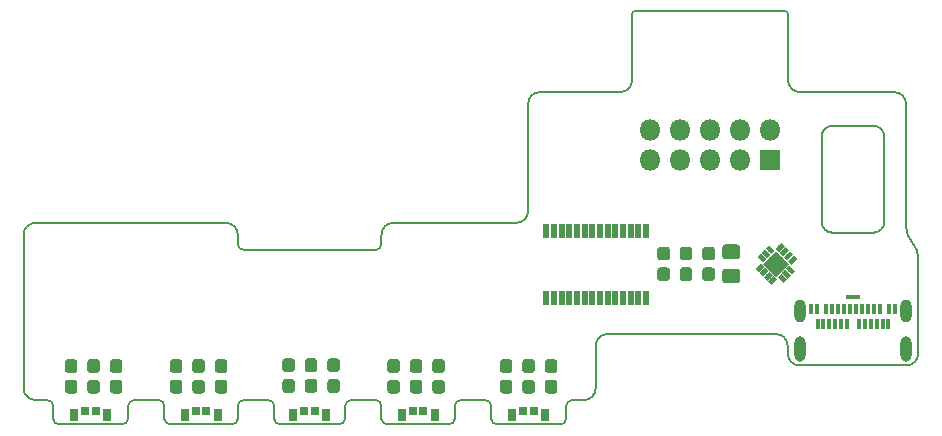
<source format=gbr>
%TF.GenerationSoftware,KiCad,Pcbnew,(5.0.0)*%
%TF.CreationDate,2019-04-02T12:12:57-04:00*%
%TF.ProjectId,Fusion USB Daughter Board,467573696F6E20555342204461756768,rev?*%
%TF.SameCoordinates,Original*%
%TF.FileFunction,Soldermask,Top*%
%TF.FilePolarity,Negative*%
%FSLAX46Y46*%
G04 Gerber Fmt 4.6, Leading zero omitted, Abs format (unit mm)*
G04 Created by KiCad (PCBNEW (5.0.0)) date 04/02/19 12:12:57*
%MOMM*%
%LPD*%
G01*
G04 APERTURE LIST*
%ADD10C,0.200000*%
%ADD11O,0.951600X2.151600*%
%ADD12O,0.951600X1.951600*%
%ADD13R,1.301600X0.451600*%
%ADD14R,0.401600X0.851600*%
%ADD15R,0.351600X0.851600*%
%ADD16C,0.100000*%
%ADD17C,1.051600*%
%ADD18C,1.251600*%
%ADD19R,0.701600X0.701600*%
%ADD20R,0.701600X1.001600*%
%ADD21O,1.801600X1.801600*%
%ADD22R,1.801600X1.801600*%
%ADD23C,0.401600*%
%ADD24C,1.551600*%
%ADD25R,0.501600X1.201600*%
G04 APERTURE END LIST*
D10*
X176900000Y-117250000D02*
G75*
G02X176000000Y-118150000I-900000J0D01*
G01*
X176900000Y-110000000D02*
X176900000Y-117250000D01*
X140544594Y-133887594D02*
X140544594Y-132824523D01*
X149969740Y-132824523D02*
G75*
G02X150469740Y-132324523I500000J0D01*
G01*
X144118853Y-134387594D02*
X149469740Y-134387594D01*
X144118853Y-134387594D02*
G75*
G02X143618853Y-133887594I0J500000D01*
G01*
X141044594Y-132324523D02*
X143118853Y-132324523D01*
X149969740Y-133887594D02*
X149969740Y-132824523D01*
X149969740Y-133887594D02*
G75*
G02X149469740Y-134387594I-500000J0D01*
G01*
X143618853Y-132824523D02*
X143618853Y-133887594D01*
X150469740Y-132324523D02*
X151469740Y-132324523D01*
X140544594Y-132824523D02*
G75*
G02X141044594Y-132324523I500000J0D01*
G01*
X143118853Y-132324523D02*
G75*
G02X143618853Y-132824523I0J-500000D01*
G01*
X152469740Y-127732704D02*
G75*
G02X153469740Y-126732704I1000000J0D01*
G01*
X168725000Y-127732704D02*
X168725000Y-128387594D01*
X167725000Y-126732704D02*
G75*
G02X168725000Y-127732704I0J-1000000D01*
G01*
X152469740Y-131324523D02*
G75*
G02X151469740Y-132324523I-1000000J0D01*
G01*
X179262500Y-118976457D02*
G75*
G02X179775000Y-120313373I-1487500J-1336916D01*
G01*
X179775000Y-128387594D02*
G75*
G02X178775000Y-129387594I-1000000J0D01*
G01*
X152469740Y-131324523D02*
X152469740Y-127732704D01*
X169725000Y-129387594D02*
X178775000Y-129387594D01*
X169725000Y-129387594D02*
G75*
G02X168725000Y-128387594I0J1000000D01*
G01*
X179775000Y-128387594D02*
X179775000Y-120313373D01*
X153469740Y-126732704D02*
X167725000Y-126732704D01*
X106030260Y-132324523D02*
G75*
G02X106530260Y-132824523I0J-500000D01*
G01*
X107030260Y-134387594D02*
G75*
G02X106530260Y-133887594I0J500000D01*
G01*
X106530260Y-132824523D02*
X106530260Y-133887594D01*
X105030260Y-132324523D02*
G75*
G02X104030260Y-131324523I0J1000000D01*
G01*
X104030260Y-118324523D02*
X104030260Y-131324523D01*
X104030260Y-118324523D02*
G75*
G02X105030260Y-117324523I1000000J0D01*
G01*
X112881146Y-132824523D02*
G75*
G02X113381146Y-132324523I500000J0D01*
G01*
X112881146Y-133887594D02*
X112881146Y-132824523D01*
X112881146Y-133887594D02*
G75*
G02X112381146Y-134387594I-500000J0D01*
G01*
X107030260Y-134387594D02*
X112381146Y-134387594D01*
X105030260Y-132324523D02*
X106030260Y-132324523D01*
X134329698Y-132824523D02*
X134329698Y-133887594D01*
X131252713Y-133887594D02*
G75*
G02X130752713Y-134387594I-500000J0D01*
G01*
X125747287Y-134387594D02*
X130752713Y-134387594D01*
X125747287Y-134387594D02*
G75*
G02X125247287Y-133887594I0J500000D01*
G01*
X140544594Y-133887594D02*
G75*
G02X140044594Y-134387594I-500000J0D01*
G01*
X133829698Y-132324523D02*
G75*
G02X134329698Y-132824523I0J-500000D01*
G01*
X134829698Y-134387594D02*
X140044594Y-134387594D01*
X134829698Y-134387594D02*
G75*
G02X134329698Y-133887594I0J500000D01*
G01*
X131252713Y-133887594D02*
X131252713Y-132824523D01*
X131752713Y-132324523D02*
X133829698Y-132324523D01*
X131252713Y-132824523D02*
G75*
G02X131752713Y-132324523I500000J0D01*
G01*
X168750000Y-105250000D02*
X168750000Y-99635787D01*
X177750000Y-106250000D02*
X169750000Y-106250000D01*
X178750000Y-117639541D02*
X178750000Y-107250000D01*
X177750000Y-106250000D02*
G75*
G02X178750000Y-107250000I0J-1000000D01*
G01*
X179262500Y-118976457D02*
G75*
G02X178750000Y-117639541I1487500J1336916D01*
G01*
X169750000Y-106250000D02*
G75*
G02X168750000Y-105250000I0J1000000D01*
G01*
X134329698Y-118324523D02*
G75*
G02X135329698Y-117324523I1000000J0D01*
G01*
X146750000Y-116324523D02*
G75*
G02X145750000Y-117324523I-1000000J0D01*
G01*
X146750000Y-107250000D02*
X146750000Y-116324523D01*
X155550000Y-105250000D02*
G75*
G02X154550000Y-106250000I-1000000J0D01*
G01*
X168500000Y-99385787D02*
X155800000Y-99385787D01*
X171600000Y-117250000D02*
X171600000Y-110000000D01*
X155550000Y-99635787D02*
X155550000Y-105250000D01*
X155550000Y-99635787D02*
G75*
G02X155800000Y-99385787I250000J0D01*
G01*
X172500000Y-109100000D02*
X176000000Y-109100000D01*
X171600000Y-110000000D02*
G75*
G02X172500000Y-109100000I900000J0D01*
G01*
X172500000Y-118150000D02*
G75*
G02X171600000Y-117250000I0J900000D01*
G01*
X146750000Y-107250000D02*
G75*
G02X147750000Y-106250000I1000000J0D01*
G01*
X134329698Y-119120333D02*
G75*
G02X133829698Y-119620333I-500000J0D01*
G01*
X122170301Y-119120333D02*
X122170301Y-118324523D01*
X145750000Y-117324523D02*
X135329698Y-117324523D01*
X134329698Y-118324523D02*
X134329698Y-119120333D01*
X168500000Y-99385787D02*
G75*
G02X168750000Y-99635787I0J-250000D01*
G01*
X176000000Y-118150000D02*
X172500000Y-118150000D01*
X154550000Y-106250000D02*
X147750000Y-106250000D01*
X121170301Y-117324523D02*
X105030260Y-117324523D01*
X121170301Y-117324523D02*
G75*
G02X122170301Y-118324523I0J-1000000D01*
G01*
X122670301Y-119620333D02*
G75*
G02X122170301Y-119120333I0J500000D01*
G01*
X133829698Y-119620333D02*
X122670301Y-119620333D01*
X113381146Y-132324523D02*
X115455406Y-132324523D01*
X124747287Y-132324523D02*
G75*
G02X125247287Y-132824523I0J-500000D01*
G01*
X122670301Y-132324523D02*
X124747287Y-132324523D01*
X122170301Y-133887594D02*
G75*
G02X121670301Y-134387594I-500000J0D01*
G01*
X115955406Y-132824523D02*
X115955406Y-133887594D01*
X116455406Y-134387594D02*
X121670301Y-134387594D01*
X125247287Y-132824523D02*
X125247287Y-133887594D01*
X122170301Y-132824523D02*
G75*
G02X122670301Y-132324523I500000J0D01*
G01*
X122170301Y-133887594D02*
X122170301Y-132824523D01*
X116455406Y-134387594D02*
G75*
G02X115955406Y-133887594I0J500000D01*
G01*
X115455406Y-132324523D02*
G75*
G02X115955406Y-132824523I0J-500000D01*
G01*
X176000000Y-109100000D02*
G75*
G02X176900000Y-110000000I0J-900000D01*
G01*
D11*
X169800000Y-128000000D03*
X178700000Y-128000000D03*
D12*
X169800000Y-124800000D03*
X178700000Y-124800000D03*
D13*
X174250000Y-123620000D03*
D14*
X170700000Y-124625000D03*
D15*
X171200000Y-124625000D03*
X172000000Y-124625000D03*
X172500000Y-124625000D03*
X173000000Y-124625000D03*
X173500000Y-124625000D03*
X174000000Y-124625000D03*
X174500000Y-124625000D03*
X175000000Y-124625000D03*
X175500000Y-124625000D03*
X176000000Y-124625000D03*
X176500000Y-124625000D03*
X177300000Y-124625000D03*
D14*
X177800000Y-124625000D03*
D15*
X177250000Y-125875000D03*
X176750000Y-125875000D03*
X176250000Y-125875000D03*
X175750000Y-125875000D03*
X175250000Y-125875000D03*
X174750000Y-125875000D03*
X173750000Y-125875000D03*
X173250000Y-125875000D03*
X172750000Y-125875000D03*
X172250000Y-125875000D03*
X171750000Y-125875000D03*
X171250000Y-125875000D03*
D16*
G36*
X158508669Y-119345466D02*
X158534189Y-119349252D01*
X158559216Y-119355520D01*
X158583507Y-119364212D01*
X158606830Y-119375243D01*
X158628959Y-119388507D01*
X158649682Y-119403876D01*
X158668798Y-119421202D01*
X158686124Y-119440318D01*
X158701493Y-119461041D01*
X158714757Y-119483170D01*
X158725788Y-119506493D01*
X158734480Y-119530784D01*
X158740748Y-119555811D01*
X158744534Y-119581331D01*
X158745800Y-119607100D01*
X158745800Y-120232900D01*
X158744534Y-120258669D01*
X158740748Y-120284189D01*
X158734480Y-120309216D01*
X158725788Y-120333507D01*
X158714757Y-120356830D01*
X158701493Y-120378959D01*
X158686124Y-120399682D01*
X158668798Y-120418798D01*
X158649682Y-120436124D01*
X158628959Y-120451493D01*
X158606830Y-120464757D01*
X158583507Y-120475788D01*
X158559216Y-120484480D01*
X158534189Y-120490748D01*
X158508669Y-120494534D01*
X158482900Y-120495800D01*
X157957100Y-120495800D01*
X157931331Y-120494534D01*
X157905811Y-120490748D01*
X157880784Y-120484480D01*
X157856493Y-120475788D01*
X157833170Y-120464757D01*
X157811041Y-120451493D01*
X157790318Y-120436124D01*
X157771202Y-120418798D01*
X157753876Y-120399682D01*
X157738507Y-120378959D01*
X157725243Y-120356830D01*
X157714212Y-120333507D01*
X157705520Y-120309216D01*
X157699252Y-120284189D01*
X157695466Y-120258669D01*
X157694200Y-120232900D01*
X157694200Y-119607100D01*
X157695466Y-119581331D01*
X157699252Y-119555811D01*
X157705520Y-119530784D01*
X157714212Y-119506493D01*
X157725243Y-119483170D01*
X157738507Y-119461041D01*
X157753876Y-119440318D01*
X157771202Y-119421202D01*
X157790318Y-119403876D01*
X157811041Y-119388507D01*
X157833170Y-119375243D01*
X157856493Y-119364212D01*
X157880784Y-119355520D01*
X157905811Y-119349252D01*
X157931331Y-119345466D01*
X157957100Y-119344200D01*
X158482900Y-119344200D01*
X158508669Y-119345466D01*
X158508669Y-119345466D01*
G37*
D17*
X158220000Y-119920000D03*
D16*
G36*
X158508669Y-121095466D02*
X158534189Y-121099252D01*
X158559216Y-121105520D01*
X158583507Y-121114212D01*
X158606830Y-121125243D01*
X158628959Y-121138507D01*
X158649682Y-121153876D01*
X158668798Y-121171202D01*
X158686124Y-121190318D01*
X158701493Y-121211041D01*
X158714757Y-121233170D01*
X158725788Y-121256493D01*
X158734480Y-121280784D01*
X158740748Y-121305811D01*
X158744534Y-121331331D01*
X158745800Y-121357100D01*
X158745800Y-121982900D01*
X158744534Y-122008669D01*
X158740748Y-122034189D01*
X158734480Y-122059216D01*
X158725788Y-122083507D01*
X158714757Y-122106830D01*
X158701493Y-122128959D01*
X158686124Y-122149682D01*
X158668798Y-122168798D01*
X158649682Y-122186124D01*
X158628959Y-122201493D01*
X158606830Y-122214757D01*
X158583507Y-122225788D01*
X158559216Y-122234480D01*
X158534189Y-122240748D01*
X158508669Y-122244534D01*
X158482900Y-122245800D01*
X157957100Y-122245800D01*
X157931331Y-122244534D01*
X157905811Y-122240748D01*
X157880784Y-122234480D01*
X157856493Y-122225788D01*
X157833170Y-122214757D01*
X157811041Y-122201493D01*
X157790318Y-122186124D01*
X157771202Y-122168798D01*
X157753876Y-122149682D01*
X157738507Y-122128959D01*
X157725243Y-122106830D01*
X157714212Y-122083507D01*
X157705520Y-122059216D01*
X157699252Y-122034189D01*
X157695466Y-122008669D01*
X157694200Y-121982900D01*
X157694200Y-121357100D01*
X157695466Y-121331331D01*
X157699252Y-121305811D01*
X157705520Y-121280784D01*
X157714212Y-121256493D01*
X157725243Y-121233170D01*
X157738507Y-121211041D01*
X157753876Y-121190318D01*
X157771202Y-121171202D01*
X157790318Y-121153876D01*
X157811041Y-121138507D01*
X157833170Y-121125243D01*
X157856493Y-121114212D01*
X157880784Y-121105520D01*
X157905811Y-121099252D01*
X157931331Y-121095466D01*
X157957100Y-121094200D01*
X158482900Y-121094200D01*
X158508669Y-121095466D01*
X158508669Y-121095466D01*
G37*
D17*
X158220000Y-121670000D03*
D16*
G36*
X164440383Y-119145510D02*
X164466795Y-119149428D01*
X164492696Y-119155916D01*
X164517837Y-119164911D01*
X164541974Y-119176328D01*
X164564877Y-119190055D01*
X164586324Y-119205961D01*
X164606108Y-119223892D01*
X164624039Y-119243676D01*
X164639945Y-119265123D01*
X164653672Y-119288026D01*
X164665089Y-119312163D01*
X164674084Y-119337304D01*
X164680572Y-119363205D01*
X164684490Y-119389617D01*
X164685800Y-119416286D01*
X164685800Y-120123714D01*
X164684490Y-120150383D01*
X164680572Y-120176795D01*
X164674084Y-120202696D01*
X164665089Y-120227837D01*
X164653672Y-120251974D01*
X164639945Y-120274877D01*
X164624039Y-120296324D01*
X164606108Y-120316108D01*
X164586324Y-120334039D01*
X164564877Y-120349945D01*
X164541974Y-120363672D01*
X164517837Y-120375089D01*
X164492696Y-120384084D01*
X164466795Y-120390572D01*
X164440383Y-120394490D01*
X164413714Y-120395800D01*
X163456286Y-120395800D01*
X163429617Y-120394490D01*
X163403205Y-120390572D01*
X163377304Y-120384084D01*
X163352163Y-120375089D01*
X163328026Y-120363672D01*
X163305123Y-120349945D01*
X163283676Y-120334039D01*
X163263892Y-120316108D01*
X163245961Y-120296324D01*
X163230055Y-120274877D01*
X163216328Y-120251974D01*
X163204911Y-120227837D01*
X163195916Y-120202696D01*
X163189428Y-120176795D01*
X163185510Y-120150383D01*
X163184200Y-120123714D01*
X163184200Y-119416286D01*
X163185510Y-119389617D01*
X163189428Y-119363205D01*
X163195916Y-119337304D01*
X163204911Y-119312163D01*
X163216328Y-119288026D01*
X163230055Y-119265123D01*
X163245961Y-119243676D01*
X163263892Y-119223892D01*
X163283676Y-119205961D01*
X163305123Y-119190055D01*
X163328026Y-119176328D01*
X163352163Y-119164911D01*
X163377304Y-119155916D01*
X163403205Y-119149428D01*
X163429617Y-119145510D01*
X163456286Y-119144200D01*
X164413714Y-119144200D01*
X164440383Y-119145510D01*
X164440383Y-119145510D01*
G37*
D18*
X163935000Y-119770000D03*
D16*
G36*
X164440383Y-121195510D02*
X164466795Y-121199428D01*
X164492696Y-121205916D01*
X164517837Y-121214911D01*
X164541974Y-121226328D01*
X164564877Y-121240055D01*
X164586324Y-121255961D01*
X164606108Y-121273892D01*
X164624039Y-121293676D01*
X164639945Y-121315123D01*
X164653672Y-121338026D01*
X164665089Y-121362163D01*
X164674084Y-121387304D01*
X164680572Y-121413205D01*
X164684490Y-121439617D01*
X164685800Y-121466286D01*
X164685800Y-122173714D01*
X164684490Y-122200383D01*
X164680572Y-122226795D01*
X164674084Y-122252696D01*
X164665089Y-122277837D01*
X164653672Y-122301974D01*
X164639945Y-122324877D01*
X164624039Y-122346324D01*
X164606108Y-122366108D01*
X164586324Y-122384039D01*
X164564877Y-122399945D01*
X164541974Y-122413672D01*
X164517837Y-122425089D01*
X164492696Y-122434084D01*
X164466795Y-122440572D01*
X164440383Y-122444490D01*
X164413714Y-122445800D01*
X163456286Y-122445800D01*
X163429617Y-122444490D01*
X163403205Y-122440572D01*
X163377304Y-122434084D01*
X163352163Y-122425089D01*
X163328026Y-122413672D01*
X163305123Y-122399945D01*
X163283676Y-122384039D01*
X163263892Y-122366108D01*
X163245961Y-122346324D01*
X163230055Y-122324877D01*
X163216328Y-122301974D01*
X163204911Y-122277837D01*
X163195916Y-122252696D01*
X163189428Y-122226795D01*
X163185510Y-122200383D01*
X163184200Y-122173714D01*
X163184200Y-121466286D01*
X163185510Y-121439617D01*
X163189428Y-121413205D01*
X163195916Y-121387304D01*
X163204911Y-121362163D01*
X163216328Y-121338026D01*
X163230055Y-121315123D01*
X163245961Y-121293676D01*
X163263892Y-121273892D01*
X163283676Y-121255961D01*
X163305123Y-121240055D01*
X163328026Y-121226328D01*
X163352163Y-121214911D01*
X163377304Y-121205916D01*
X163403205Y-121199428D01*
X163429617Y-121195510D01*
X163456286Y-121194200D01*
X164413714Y-121194200D01*
X164440383Y-121195510D01*
X164440383Y-121195510D01*
G37*
D18*
X163935000Y-121820000D03*
D16*
G36*
X162318669Y-119345466D02*
X162344189Y-119349252D01*
X162369216Y-119355520D01*
X162393507Y-119364212D01*
X162416830Y-119375243D01*
X162438959Y-119388507D01*
X162459682Y-119403876D01*
X162478798Y-119421202D01*
X162496124Y-119440318D01*
X162511493Y-119461041D01*
X162524757Y-119483170D01*
X162535788Y-119506493D01*
X162544480Y-119530784D01*
X162550748Y-119555811D01*
X162554534Y-119581331D01*
X162555800Y-119607100D01*
X162555800Y-120232900D01*
X162554534Y-120258669D01*
X162550748Y-120284189D01*
X162544480Y-120309216D01*
X162535788Y-120333507D01*
X162524757Y-120356830D01*
X162511493Y-120378959D01*
X162496124Y-120399682D01*
X162478798Y-120418798D01*
X162459682Y-120436124D01*
X162438959Y-120451493D01*
X162416830Y-120464757D01*
X162393507Y-120475788D01*
X162369216Y-120484480D01*
X162344189Y-120490748D01*
X162318669Y-120494534D01*
X162292900Y-120495800D01*
X161767100Y-120495800D01*
X161741331Y-120494534D01*
X161715811Y-120490748D01*
X161690784Y-120484480D01*
X161666493Y-120475788D01*
X161643170Y-120464757D01*
X161621041Y-120451493D01*
X161600318Y-120436124D01*
X161581202Y-120418798D01*
X161563876Y-120399682D01*
X161548507Y-120378959D01*
X161535243Y-120356830D01*
X161524212Y-120333507D01*
X161515520Y-120309216D01*
X161509252Y-120284189D01*
X161505466Y-120258669D01*
X161504200Y-120232900D01*
X161504200Y-119607100D01*
X161505466Y-119581331D01*
X161509252Y-119555811D01*
X161515520Y-119530784D01*
X161524212Y-119506493D01*
X161535243Y-119483170D01*
X161548507Y-119461041D01*
X161563876Y-119440318D01*
X161581202Y-119421202D01*
X161600318Y-119403876D01*
X161621041Y-119388507D01*
X161643170Y-119375243D01*
X161666493Y-119364212D01*
X161690784Y-119355520D01*
X161715811Y-119349252D01*
X161741331Y-119345466D01*
X161767100Y-119344200D01*
X162292900Y-119344200D01*
X162318669Y-119345466D01*
X162318669Y-119345466D01*
G37*
D17*
X162030000Y-119920000D03*
D16*
G36*
X162318669Y-121095466D02*
X162344189Y-121099252D01*
X162369216Y-121105520D01*
X162393507Y-121114212D01*
X162416830Y-121125243D01*
X162438959Y-121138507D01*
X162459682Y-121153876D01*
X162478798Y-121171202D01*
X162496124Y-121190318D01*
X162511493Y-121211041D01*
X162524757Y-121233170D01*
X162535788Y-121256493D01*
X162544480Y-121280784D01*
X162550748Y-121305811D01*
X162554534Y-121331331D01*
X162555800Y-121357100D01*
X162555800Y-121982900D01*
X162554534Y-122008669D01*
X162550748Y-122034189D01*
X162544480Y-122059216D01*
X162535788Y-122083507D01*
X162524757Y-122106830D01*
X162511493Y-122128959D01*
X162496124Y-122149682D01*
X162478798Y-122168798D01*
X162459682Y-122186124D01*
X162438959Y-122201493D01*
X162416830Y-122214757D01*
X162393507Y-122225788D01*
X162369216Y-122234480D01*
X162344189Y-122240748D01*
X162318669Y-122244534D01*
X162292900Y-122245800D01*
X161767100Y-122245800D01*
X161741331Y-122244534D01*
X161715811Y-122240748D01*
X161690784Y-122234480D01*
X161666493Y-122225788D01*
X161643170Y-122214757D01*
X161621041Y-122201493D01*
X161600318Y-122186124D01*
X161581202Y-122168798D01*
X161563876Y-122149682D01*
X161548507Y-122128959D01*
X161535243Y-122106830D01*
X161524212Y-122083507D01*
X161515520Y-122059216D01*
X161509252Y-122034189D01*
X161505466Y-122008669D01*
X161504200Y-121982900D01*
X161504200Y-121357100D01*
X161505466Y-121331331D01*
X161509252Y-121305811D01*
X161515520Y-121280784D01*
X161524212Y-121256493D01*
X161535243Y-121233170D01*
X161548507Y-121211041D01*
X161563876Y-121190318D01*
X161581202Y-121171202D01*
X161600318Y-121153876D01*
X161621041Y-121138507D01*
X161643170Y-121125243D01*
X161666493Y-121114212D01*
X161690784Y-121105520D01*
X161715811Y-121099252D01*
X161741331Y-121095466D01*
X161767100Y-121094200D01*
X162292900Y-121094200D01*
X162318669Y-121095466D01*
X162318669Y-121095466D01*
G37*
D17*
X162030000Y-121670000D03*
D19*
X128700000Y-133242000D03*
X127800000Y-133242000D03*
D20*
X129650000Y-133567000D03*
X126850000Y-133567000D03*
D19*
X119513000Y-133242000D03*
X118613000Y-133242000D03*
D20*
X120463000Y-133567000D03*
X117663000Y-133567000D03*
D19*
X110156000Y-133242000D03*
X109256000Y-133242000D03*
D20*
X111106000Y-133567000D03*
X108306000Y-133567000D03*
D19*
X137887000Y-133242000D03*
X136987000Y-133242000D03*
D20*
X138837000Y-133567000D03*
X136037000Y-133567000D03*
D19*
X147244000Y-133242000D03*
X146344000Y-133242000D03*
D20*
X148194000Y-133567000D03*
X145394000Y-133567000D03*
D21*
X157070000Y-109493000D03*
X157070000Y-112033000D03*
X159610000Y-109493000D03*
X159610000Y-112033000D03*
X162150000Y-109493000D03*
X162150000Y-112033000D03*
X164690000Y-109493000D03*
X164690000Y-112033000D03*
X167230000Y-109493000D03*
D22*
X167230000Y-112033000D03*
D16*
G36*
X160413669Y-121095466D02*
X160439189Y-121099252D01*
X160464216Y-121105520D01*
X160488507Y-121114212D01*
X160511830Y-121125243D01*
X160533959Y-121138507D01*
X160554682Y-121153876D01*
X160573798Y-121171202D01*
X160591124Y-121190318D01*
X160606493Y-121211041D01*
X160619757Y-121233170D01*
X160630788Y-121256493D01*
X160639480Y-121280784D01*
X160645748Y-121305811D01*
X160649534Y-121331331D01*
X160650800Y-121357100D01*
X160650800Y-121982900D01*
X160649534Y-122008669D01*
X160645748Y-122034189D01*
X160639480Y-122059216D01*
X160630788Y-122083507D01*
X160619757Y-122106830D01*
X160606493Y-122128959D01*
X160591124Y-122149682D01*
X160573798Y-122168798D01*
X160554682Y-122186124D01*
X160533959Y-122201493D01*
X160511830Y-122214757D01*
X160488507Y-122225788D01*
X160464216Y-122234480D01*
X160439189Y-122240748D01*
X160413669Y-122244534D01*
X160387900Y-122245800D01*
X159862100Y-122245800D01*
X159836331Y-122244534D01*
X159810811Y-122240748D01*
X159785784Y-122234480D01*
X159761493Y-122225788D01*
X159738170Y-122214757D01*
X159716041Y-122201493D01*
X159695318Y-122186124D01*
X159676202Y-122168798D01*
X159658876Y-122149682D01*
X159643507Y-122128959D01*
X159630243Y-122106830D01*
X159619212Y-122083507D01*
X159610520Y-122059216D01*
X159604252Y-122034189D01*
X159600466Y-122008669D01*
X159599200Y-121982900D01*
X159599200Y-121357100D01*
X159600466Y-121331331D01*
X159604252Y-121305811D01*
X159610520Y-121280784D01*
X159619212Y-121256493D01*
X159630243Y-121233170D01*
X159643507Y-121211041D01*
X159658876Y-121190318D01*
X159676202Y-121171202D01*
X159695318Y-121153876D01*
X159716041Y-121138507D01*
X159738170Y-121125243D01*
X159761493Y-121114212D01*
X159785784Y-121105520D01*
X159810811Y-121099252D01*
X159836331Y-121095466D01*
X159862100Y-121094200D01*
X160387900Y-121094200D01*
X160413669Y-121095466D01*
X160413669Y-121095466D01*
G37*
D17*
X160125000Y-121670000D03*
D16*
G36*
X160413669Y-119345466D02*
X160439189Y-119349252D01*
X160464216Y-119355520D01*
X160488507Y-119364212D01*
X160511830Y-119375243D01*
X160533959Y-119388507D01*
X160554682Y-119403876D01*
X160573798Y-119421202D01*
X160591124Y-119440318D01*
X160606493Y-119461041D01*
X160619757Y-119483170D01*
X160630788Y-119506493D01*
X160639480Y-119530784D01*
X160645748Y-119555811D01*
X160649534Y-119581331D01*
X160650800Y-119607100D01*
X160650800Y-120232900D01*
X160649534Y-120258669D01*
X160645748Y-120284189D01*
X160639480Y-120309216D01*
X160630788Y-120333507D01*
X160619757Y-120356830D01*
X160606493Y-120378959D01*
X160591124Y-120399682D01*
X160573798Y-120418798D01*
X160554682Y-120436124D01*
X160533959Y-120451493D01*
X160511830Y-120464757D01*
X160488507Y-120475788D01*
X160464216Y-120484480D01*
X160439189Y-120490748D01*
X160413669Y-120494534D01*
X160387900Y-120495800D01*
X159862100Y-120495800D01*
X159836331Y-120494534D01*
X159810811Y-120490748D01*
X159785784Y-120484480D01*
X159761493Y-120475788D01*
X159738170Y-120464757D01*
X159716041Y-120451493D01*
X159695318Y-120436124D01*
X159676202Y-120418798D01*
X159658876Y-120399682D01*
X159643507Y-120378959D01*
X159630243Y-120356830D01*
X159619212Y-120333507D01*
X159610520Y-120309216D01*
X159604252Y-120284189D01*
X159600466Y-120258669D01*
X159599200Y-120232900D01*
X159599200Y-119607100D01*
X159600466Y-119581331D01*
X159604252Y-119555811D01*
X159610520Y-119530784D01*
X159619212Y-119506493D01*
X159630243Y-119483170D01*
X159643507Y-119461041D01*
X159658876Y-119440318D01*
X159676202Y-119421202D01*
X159695318Y-119403876D01*
X159716041Y-119388507D01*
X159738170Y-119375243D01*
X159761493Y-119364212D01*
X159785784Y-119355520D01*
X159810811Y-119349252D01*
X159836331Y-119345466D01*
X159862100Y-119344200D01*
X160387900Y-119344200D01*
X160413669Y-119345466D01*
X160413669Y-119345466D01*
G37*
D17*
X160125000Y-119920000D03*
D16*
G36*
X130568669Y-128800466D02*
X130594189Y-128804252D01*
X130619216Y-128810520D01*
X130643507Y-128819212D01*
X130666830Y-128830243D01*
X130688959Y-128843507D01*
X130709682Y-128858876D01*
X130728798Y-128876202D01*
X130746124Y-128895318D01*
X130761493Y-128916041D01*
X130774757Y-128938170D01*
X130785788Y-128961493D01*
X130794480Y-128985784D01*
X130800748Y-129010811D01*
X130804534Y-129036331D01*
X130805800Y-129062100D01*
X130805800Y-129687900D01*
X130804534Y-129713669D01*
X130800748Y-129739189D01*
X130794480Y-129764216D01*
X130785788Y-129788507D01*
X130774757Y-129811830D01*
X130761493Y-129833959D01*
X130746124Y-129854682D01*
X130728798Y-129873798D01*
X130709682Y-129891124D01*
X130688959Y-129906493D01*
X130666830Y-129919757D01*
X130643507Y-129930788D01*
X130619216Y-129939480D01*
X130594189Y-129945748D01*
X130568669Y-129949534D01*
X130542900Y-129950800D01*
X130017100Y-129950800D01*
X129991331Y-129949534D01*
X129965811Y-129945748D01*
X129940784Y-129939480D01*
X129916493Y-129930788D01*
X129893170Y-129919757D01*
X129871041Y-129906493D01*
X129850318Y-129891124D01*
X129831202Y-129873798D01*
X129813876Y-129854682D01*
X129798507Y-129833959D01*
X129785243Y-129811830D01*
X129774212Y-129788507D01*
X129765520Y-129764216D01*
X129759252Y-129739189D01*
X129755466Y-129713669D01*
X129754200Y-129687900D01*
X129754200Y-129062100D01*
X129755466Y-129036331D01*
X129759252Y-129010811D01*
X129765520Y-128985784D01*
X129774212Y-128961493D01*
X129785243Y-128938170D01*
X129798507Y-128916041D01*
X129813876Y-128895318D01*
X129831202Y-128876202D01*
X129850318Y-128858876D01*
X129871041Y-128843507D01*
X129893170Y-128830243D01*
X129916493Y-128819212D01*
X129940784Y-128810520D01*
X129965811Y-128804252D01*
X129991331Y-128800466D01*
X130017100Y-128799200D01*
X130542900Y-128799200D01*
X130568669Y-128800466D01*
X130568669Y-128800466D01*
G37*
D17*
X130280000Y-129375000D03*
D16*
G36*
X130568669Y-130550466D02*
X130594189Y-130554252D01*
X130619216Y-130560520D01*
X130643507Y-130569212D01*
X130666830Y-130580243D01*
X130688959Y-130593507D01*
X130709682Y-130608876D01*
X130728798Y-130626202D01*
X130746124Y-130645318D01*
X130761493Y-130666041D01*
X130774757Y-130688170D01*
X130785788Y-130711493D01*
X130794480Y-130735784D01*
X130800748Y-130760811D01*
X130804534Y-130786331D01*
X130805800Y-130812100D01*
X130805800Y-131437900D01*
X130804534Y-131463669D01*
X130800748Y-131489189D01*
X130794480Y-131514216D01*
X130785788Y-131538507D01*
X130774757Y-131561830D01*
X130761493Y-131583959D01*
X130746124Y-131604682D01*
X130728798Y-131623798D01*
X130709682Y-131641124D01*
X130688959Y-131656493D01*
X130666830Y-131669757D01*
X130643507Y-131680788D01*
X130619216Y-131689480D01*
X130594189Y-131695748D01*
X130568669Y-131699534D01*
X130542900Y-131700800D01*
X130017100Y-131700800D01*
X129991331Y-131699534D01*
X129965811Y-131695748D01*
X129940784Y-131689480D01*
X129916493Y-131680788D01*
X129893170Y-131669757D01*
X129871041Y-131656493D01*
X129850318Y-131641124D01*
X129831202Y-131623798D01*
X129813876Y-131604682D01*
X129798507Y-131583959D01*
X129785243Y-131561830D01*
X129774212Y-131538507D01*
X129765520Y-131514216D01*
X129759252Y-131489189D01*
X129755466Y-131463669D01*
X129754200Y-131437900D01*
X129754200Y-130812100D01*
X129755466Y-130786331D01*
X129759252Y-130760811D01*
X129765520Y-130735784D01*
X129774212Y-130711493D01*
X129785243Y-130688170D01*
X129798507Y-130666041D01*
X129813876Y-130645318D01*
X129831202Y-130626202D01*
X129850318Y-130608876D01*
X129871041Y-130593507D01*
X129893170Y-130580243D01*
X129916493Y-130569212D01*
X129940784Y-130560520D01*
X129965811Y-130554252D01*
X129991331Y-130550466D01*
X130017100Y-130549200D01*
X130542900Y-130549200D01*
X130568669Y-130550466D01*
X130568669Y-130550466D01*
G37*
D17*
X130280000Y-131125000D03*
D16*
G36*
X128663669Y-128800466D02*
X128689189Y-128804252D01*
X128714216Y-128810520D01*
X128738507Y-128819212D01*
X128761830Y-128830243D01*
X128783959Y-128843507D01*
X128804682Y-128858876D01*
X128823798Y-128876202D01*
X128841124Y-128895318D01*
X128856493Y-128916041D01*
X128869757Y-128938170D01*
X128880788Y-128961493D01*
X128889480Y-128985784D01*
X128895748Y-129010811D01*
X128899534Y-129036331D01*
X128900800Y-129062100D01*
X128900800Y-129687900D01*
X128899534Y-129713669D01*
X128895748Y-129739189D01*
X128889480Y-129764216D01*
X128880788Y-129788507D01*
X128869757Y-129811830D01*
X128856493Y-129833959D01*
X128841124Y-129854682D01*
X128823798Y-129873798D01*
X128804682Y-129891124D01*
X128783959Y-129906493D01*
X128761830Y-129919757D01*
X128738507Y-129930788D01*
X128714216Y-129939480D01*
X128689189Y-129945748D01*
X128663669Y-129949534D01*
X128637900Y-129950800D01*
X128112100Y-129950800D01*
X128086331Y-129949534D01*
X128060811Y-129945748D01*
X128035784Y-129939480D01*
X128011493Y-129930788D01*
X127988170Y-129919757D01*
X127966041Y-129906493D01*
X127945318Y-129891124D01*
X127926202Y-129873798D01*
X127908876Y-129854682D01*
X127893507Y-129833959D01*
X127880243Y-129811830D01*
X127869212Y-129788507D01*
X127860520Y-129764216D01*
X127854252Y-129739189D01*
X127850466Y-129713669D01*
X127849200Y-129687900D01*
X127849200Y-129062100D01*
X127850466Y-129036331D01*
X127854252Y-129010811D01*
X127860520Y-128985784D01*
X127869212Y-128961493D01*
X127880243Y-128938170D01*
X127893507Y-128916041D01*
X127908876Y-128895318D01*
X127926202Y-128876202D01*
X127945318Y-128858876D01*
X127966041Y-128843507D01*
X127988170Y-128830243D01*
X128011493Y-128819212D01*
X128035784Y-128810520D01*
X128060811Y-128804252D01*
X128086331Y-128800466D01*
X128112100Y-128799200D01*
X128637900Y-128799200D01*
X128663669Y-128800466D01*
X128663669Y-128800466D01*
G37*
D17*
X128375000Y-129375000D03*
D16*
G36*
X128663669Y-130550466D02*
X128689189Y-130554252D01*
X128714216Y-130560520D01*
X128738507Y-130569212D01*
X128761830Y-130580243D01*
X128783959Y-130593507D01*
X128804682Y-130608876D01*
X128823798Y-130626202D01*
X128841124Y-130645318D01*
X128856493Y-130666041D01*
X128869757Y-130688170D01*
X128880788Y-130711493D01*
X128889480Y-130735784D01*
X128895748Y-130760811D01*
X128899534Y-130786331D01*
X128900800Y-130812100D01*
X128900800Y-131437900D01*
X128899534Y-131463669D01*
X128895748Y-131489189D01*
X128889480Y-131514216D01*
X128880788Y-131538507D01*
X128869757Y-131561830D01*
X128856493Y-131583959D01*
X128841124Y-131604682D01*
X128823798Y-131623798D01*
X128804682Y-131641124D01*
X128783959Y-131656493D01*
X128761830Y-131669757D01*
X128738507Y-131680788D01*
X128714216Y-131689480D01*
X128689189Y-131695748D01*
X128663669Y-131699534D01*
X128637900Y-131700800D01*
X128112100Y-131700800D01*
X128086331Y-131699534D01*
X128060811Y-131695748D01*
X128035784Y-131689480D01*
X128011493Y-131680788D01*
X127988170Y-131669757D01*
X127966041Y-131656493D01*
X127945318Y-131641124D01*
X127926202Y-131623798D01*
X127908876Y-131604682D01*
X127893507Y-131583959D01*
X127880243Y-131561830D01*
X127869212Y-131538507D01*
X127860520Y-131514216D01*
X127854252Y-131489189D01*
X127850466Y-131463669D01*
X127849200Y-131437900D01*
X127849200Y-130812100D01*
X127850466Y-130786331D01*
X127854252Y-130760811D01*
X127860520Y-130735784D01*
X127869212Y-130711493D01*
X127880243Y-130688170D01*
X127893507Y-130666041D01*
X127908876Y-130645318D01*
X127926202Y-130626202D01*
X127945318Y-130608876D01*
X127966041Y-130593507D01*
X127988170Y-130580243D01*
X128011493Y-130569212D01*
X128035784Y-130560520D01*
X128060811Y-130554252D01*
X128086331Y-130550466D01*
X128112100Y-130549200D01*
X128637900Y-130549200D01*
X128663669Y-130550466D01*
X128663669Y-130550466D01*
G37*
D17*
X128375000Y-131125000D03*
D16*
G36*
X126758669Y-128800466D02*
X126784189Y-128804252D01*
X126809216Y-128810520D01*
X126833507Y-128819212D01*
X126856830Y-128830243D01*
X126878959Y-128843507D01*
X126899682Y-128858876D01*
X126918798Y-128876202D01*
X126936124Y-128895318D01*
X126951493Y-128916041D01*
X126964757Y-128938170D01*
X126975788Y-128961493D01*
X126984480Y-128985784D01*
X126990748Y-129010811D01*
X126994534Y-129036331D01*
X126995800Y-129062100D01*
X126995800Y-129687900D01*
X126994534Y-129713669D01*
X126990748Y-129739189D01*
X126984480Y-129764216D01*
X126975788Y-129788507D01*
X126964757Y-129811830D01*
X126951493Y-129833959D01*
X126936124Y-129854682D01*
X126918798Y-129873798D01*
X126899682Y-129891124D01*
X126878959Y-129906493D01*
X126856830Y-129919757D01*
X126833507Y-129930788D01*
X126809216Y-129939480D01*
X126784189Y-129945748D01*
X126758669Y-129949534D01*
X126732900Y-129950800D01*
X126207100Y-129950800D01*
X126181331Y-129949534D01*
X126155811Y-129945748D01*
X126130784Y-129939480D01*
X126106493Y-129930788D01*
X126083170Y-129919757D01*
X126061041Y-129906493D01*
X126040318Y-129891124D01*
X126021202Y-129873798D01*
X126003876Y-129854682D01*
X125988507Y-129833959D01*
X125975243Y-129811830D01*
X125964212Y-129788507D01*
X125955520Y-129764216D01*
X125949252Y-129739189D01*
X125945466Y-129713669D01*
X125944200Y-129687900D01*
X125944200Y-129062100D01*
X125945466Y-129036331D01*
X125949252Y-129010811D01*
X125955520Y-128985784D01*
X125964212Y-128961493D01*
X125975243Y-128938170D01*
X125988507Y-128916041D01*
X126003876Y-128895318D01*
X126021202Y-128876202D01*
X126040318Y-128858876D01*
X126061041Y-128843507D01*
X126083170Y-128830243D01*
X126106493Y-128819212D01*
X126130784Y-128810520D01*
X126155811Y-128804252D01*
X126181331Y-128800466D01*
X126207100Y-128799200D01*
X126732900Y-128799200D01*
X126758669Y-128800466D01*
X126758669Y-128800466D01*
G37*
D17*
X126470000Y-129375000D03*
D16*
G36*
X126758669Y-130550466D02*
X126784189Y-130554252D01*
X126809216Y-130560520D01*
X126833507Y-130569212D01*
X126856830Y-130580243D01*
X126878959Y-130593507D01*
X126899682Y-130608876D01*
X126918798Y-130626202D01*
X126936124Y-130645318D01*
X126951493Y-130666041D01*
X126964757Y-130688170D01*
X126975788Y-130711493D01*
X126984480Y-130735784D01*
X126990748Y-130760811D01*
X126994534Y-130786331D01*
X126995800Y-130812100D01*
X126995800Y-131437900D01*
X126994534Y-131463669D01*
X126990748Y-131489189D01*
X126984480Y-131514216D01*
X126975788Y-131538507D01*
X126964757Y-131561830D01*
X126951493Y-131583959D01*
X126936124Y-131604682D01*
X126918798Y-131623798D01*
X126899682Y-131641124D01*
X126878959Y-131656493D01*
X126856830Y-131669757D01*
X126833507Y-131680788D01*
X126809216Y-131689480D01*
X126784189Y-131695748D01*
X126758669Y-131699534D01*
X126732900Y-131700800D01*
X126207100Y-131700800D01*
X126181331Y-131699534D01*
X126155811Y-131695748D01*
X126130784Y-131689480D01*
X126106493Y-131680788D01*
X126083170Y-131669757D01*
X126061041Y-131656493D01*
X126040318Y-131641124D01*
X126021202Y-131623798D01*
X126003876Y-131604682D01*
X125988507Y-131583959D01*
X125975243Y-131561830D01*
X125964212Y-131538507D01*
X125955520Y-131514216D01*
X125949252Y-131489189D01*
X125945466Y-131463669D01*
X125944200Y-131437900D01*
X125944200Y-130812100D01*
X125945466Y-130786331D01*
X125949252Y-130760811D01*
X125955520Y-130735784D01*
X125964212Y-130711493D01*
X125975243Y-130688170D01*
X125988507Y-130666041D01*
X126003876Y-130645318D01*
X126021202Y-130626202D01*
X126040318Y-130608876D01*
X126061041Y-130593507D01*
X126083170Y-130580243D01*
X126106493Y-130569212D01*
X126130784Y-130560520D01*
X126155811Y-130554252D01*
X126181331Y-130550466D01*
X126207100Y-130549200D01*
X126732900Y-130549200D01*
X126758669Y-130550466D01*
X126758669Y-130550466D01*
G37*
D17*
X126470000Y-131125000D03*
D16*
G36*
X121043669Y-128870466D02*
X121069189Y-128874252D01*
X121094216Y-128880520D01*
X121118507Y-128889212D01*
X121141830Y-128900243D01*
X121163959Y-128913507D01*
X121184682Y-128928876D01*
X121203798Y-128946202D01*
X121221124Y-128965318D01*
X121236493Y-128986041D01*
X121249757Y-129008170D01*
X121260788Y-129031493D01*
X121269480Y-129055784D01*
X121275748Y-129080811D01*
X121279534Y-129106331D01*
X121280800Y-129132100D01*
X121280800Y-129757900D01*
X121279534Y-129783669D01*
X121275748Y-129809189D01*
X121269480Y-129834216D01*
X121260788Y-129858507D01*
X121249757Y-129881830D01*
X121236493Y-129903959D01*
X121221124Y-129924682D01*
X121203798Y-129943798D01*
X121184682Y-129961124D01*
X121163959Y-129976493D01*
X121141830Y-129989757D01*
X121118507Y-130000788D01*
X121094216Y-130009480D01*
X121069189Y-130015748D01*
X121043669Y-130019534D01*
X121017900Y-130020800D01*
X120492100Y-130020800D01*
X120466331Y-130019534D01*
X120440811Y-130015748D01*
X120415784Y-130009480D01*
X120391493Y-130000788D01*
X120368170Y-129989757D01*
X120346041Y-129976493D01*
X120325318Y-129961124D01*
X120306202Y-129943798D01*
X120288876Y-129924682D01*
X120273507Y-129903959D01*
X120260243Y-129881830D01*
X120249212Y-129858507D01*
X120240520Y-129834216D01*
X120234252Y-129809189D01*
X120230466Y-129783669D01*
X120229200Y-129757900D01*
X120229200Y-129132100D01*
X120230466Y-129106331D01*
X120234252Y-129080811D01*
X120240520Y-129055784D01*
X120249212Y-129031493D01*
X120260243Y-129008170D01*
X120273507Y-128986041D01*
X120288876Y-128965318D01*
X120306202Y-128946202D01*
X120325318Y-128928876D01*
X120346041Y-128913507D01*
X120368170Y-128900243D01*
X120391493Y-128889212D01*
X120415784Y-128880520D01*
X120440811Y-128874252D01*
X120466331Y-128870466D01*
X120492100Y-128869200D01*
X121017900Y-128869200D01*
X121043669Y-128870466D01*
X121043669Y-128870466D01*
G37*
D17*
X120755000Y-129445000D03*
D16*
G36*
X121043669Y-130620466D02*
X121069189Y-130624252D01*
X121094216Y-130630520D01*
X121118507Y-130639212D01*
X121141830Y-130650243D01*
X121163959Y-130663507D01*
X121184682Y-130678876D01*
X121203798Y-130696202D01*
X121221124Y-130715318D01*
X121236493Y-130736041D01*
X121249757Y-130758170D01*
X121260788Y-130781493D01*
X121269480Y-130805784D01*
X121275748Y-130830811D01*
X121279534Y-130856331D01*
X121280800Y-130882100D01*
X121280800Y-131507900D01*
X121279534Y-131533669D01*
X121275748Y-131559189D01*
X121269480Y-131584216D01*
X121260788Y-131608507D01*
X121249757Y-131631830D01*
X121236493Y-131653959D01*
X121221124Y-131674682D01*
X121203798Y-131693798D01*
X121184682Y-131711124D01*
X121163959Y-131726493D01*
X121141830Y-131739757D01*
X121118507Y-131750788D01*
X121094216Y-131759480D01*
X121069189Y-131765748D01*
X121043669Y-131769534D01*
X121017900Y-131770800D01*
X120492100Y-131770800D01*
X120466331Y-131769534D01*
X120440811Y-131765748D01*
X120415784Y-131759480D01*
X120391493Y-131750788D01*
X120368170Y-131739757D01*
X120346041Y-131726493D01*
X120325318Y-131711124D01*
X120306202Y-131693798D01*
X120288876Y-131674682D01*
X120273507Y-131653959D01*
X120260243Y-131631830D01*
X120249212Y-131608507D01*
X120240520Y-131584216D01*
X120234252Y-131559189D01*
X120230466Y-131533669D01*
X120229200Y-131507900D01*
X120229200Y-130882100D01*
X120230466Y-130856331D01*
X120234252Y-130830811D01*
X120240520Y-130805784D01*
X120249212Y-130781493D01*
X120260243Y-130758170D01*
X120273507Y-130736041D01*
X120288876Y-130715318D01*
X120306202Y-130696202D01*
X120325318Y-130678876D01*
X120346041Y-130663507D01*
X120368170Y-130650243D01*
X120391493Y-130639212D01*
X120415784Y-130630520D01*
X120440811Y-130624252D01*
X120466331Y-130620466D01*
X120492100Y-130619200D01*
X121017900Y-130619200D01*
X121043669Y-130620466D01*
X121043669Y-130620466D01*
G37*
D17*
X120755000Y-131195000D03*
D16*
G36*
X119138669Y-128870466D02*
X119164189Y-128874252D01*
X119189216Y-128880520D01*
X119213507Y-128889212D01*
X119236830Y-128900243D01*
X119258959Y-128913507D01*
X119279682Y-128928876D01*
X119298798Y-128946202D01*
X119316124Y-128965318D01*
X119331493Y-128986041D01*
X119344757Y-129008170D01*
X119355788Y-129031493D01*
X119364480Y-129055784D01*
X119370748Y-129080811D01*
X119374534Y-129106331D01*
X119375800Y-129132100D01*
X119375800Y-129757900D01*
X119374534Y-129783669D01*
X119370748Y-129809189D01*
X119364480Y-129834216D01*
X119355788Y-129858507D01*
X119344757Y-129881830D01*
X119331493Y-129903959D01*
X119316124Y-129924682D01*
X119298798Y-129943798D01*
X119279682Y-129961124D01*
X119258959Y-129976493D01*
X119236830Y-129989757D01*
X119213507Y-130000788D01*
X119189216Y-130009480D01*
X119164189Y-130015748D01*
X119138669Y-130019534D01*
X119112900Y-130020800D01*
X118587100Y-130020800D01*
X118561331Y-130019534D01*
X118535811Y-130015748D01*
X118510784Y-130009480D01*
X118486493Y-130000788D01*
X118463170Y-129989757D01*
X118441041Y-129976493D01*
X118420318Y-129961124D01*
X118401202Y-129943798D01*
X118383876Y-129924682D01*
X118368507Y-129903959D01*
X118355243Y-129881830D01*
X118344212Y-129858507D01*
X118335520Y-129834216D01*
X118329252Y-129809189D01*
X118325466Y-129783669D01*
X118324200Y-129757900D01*
X118324200Y-129132100D01*
X118325466Y-129106331D01*
X118329252Y-129080811D01*
X118335520Y-129055784D01*
X118344212Y-129031493D01*
X118355243Y-129008170D01*
X118368507Y-128986041D01*
X118383876Y-128965318D01*
X118401202Y-128946202D01*
X118420318Y-128928876D01*
X118441041Y-128913507D01*
X118463170Y-128900243D01*
X118486493Y-128889212D01*
X118510784Y-128880520D01*
X118535811Y-128874252D01*
X118561331Y-128870466D01*
X118587100Y-128869200D01*
X119112900Y-128869200D01*
X119138669Y-128870466D01*
X119138669Y-128870466D01*
G37*
D17*
X118850000Y-129445000D03*
D16*
G36*
X119138669Y-130620466D02*
X119164189Y-130624252D01*
X119189216Y-130630520D01*
X119213507Y-130639212D01*
X119236830Y-130650243D01*
X119258959Y-130663507D01*
X119279682Y-130678876D01*
X119298798Y-130696202D01*
X119316124Y-130715318D01*
X119331493Y-130736041D01*
X119344757Y-130758170D01*
X119355788Y-130781493D01*
X119364480Y-130805784D01*
X119370748Y-130830811D01*
X119374534Y-130856331D01*
X119375800Y-130882100D01*
X119375800Y-131507900D01*
X119374534Y-131533669D01*
X119370748Y-131559189D01*
X119364480Y-131584216D01*
X119355788Y-131608507D01*
X119344757Y-131631830D01*
X119331493Y-131653959D01*
X119316124Y-131674682D01*
X119298798Y-131693798D01*
X119279682Y-131711124D01*
X119258959Y-131726493D01*
X119236830Y-131739757D01*
X119213507Y-131750788D01*
X119189216Y-131759480D01*
X119164189Y-131765748D01*
X119138669Y-131769534D01*
X119112900Y-131770800D01*
X118587100Y-131770800D01*
X118561331Y-131769534D01*
X118535811Y-131765748D01*
X118510784Y-131759480D01*
X118486493Y-131750788D01*
X118463170Y-131739757D01*
X118441041Y-131726493D01*
X118420318Y-131711124D01*
X118401202Y-131693798D01*
X118383876Y-131674682D01*
X118368507Y-131653959D01*
X118355243Y-131631830D01*
X118344212Y-131608507D01*
X118335520Y-131584216D01*
X118329252Y-131559189D01*
X118325466Y-131533669D01*
X118324200Y-131507900D01*
X118324200Y-130882100D01*
X118325466Y-130856331D01*
X118329252Y-130830811D01*
X118335520Y-130805784D01*
X118344212Y-130781493D01*
X118355243Y-130758170D01*
X118368507Y-130736041D01*
X118383876Y-130715318D01*
X118401202Y-130696202D01*
X118420318Y-130678876D01*
X118441041Y-130663507D01*
X118463170Y-130650243D01*
X118486493Y-130639212D01*
X118510784Y-130630520D01*
X118535811Y-130624252D01*
X118561331Y-130620466D01*
X118587100Y-130619200D01*
X119112900Y-130619200D01*
X119138669Y-130620466D01*
X119138669Y-130620466D01*
G37*
D17*
X118850000Y-131195000D03*
D16*
G36*
X117233669Y-128870466D02*
X117259189Y-128874252D01*
X117284216Y-128880520D01*
X117308507Y-128889212D01*
X117331830Y-128900243D01*
X117353959Y-128913507D01*
X117374682Y-128928876D01*
X117393798Y-128946202D01*
X117411124Y-128965318D01*
X117426493Y-128986041D01*
X117439757Y-129008170D01*
X117450788Y-129031493D01*
X117459480Y-129055784D01*
X117465748Y-129080811D01*
X117469534Y-129106331D01*
X117470800Y-129132100D01*
X117470800Y-129757900D01*
X117469534Y-129783669D01*
X117465748Y-129809189D01*
X117459480Y-129834216D01*
X117450788Y-129858507D01*
X117439757Y-129881830D01*
X117426493Y-129903959D01*
X117411124Y-129924682D01*
X117393798Y-129943798D01*
X117374682Y-129961124D01*
X117353959Y-129976493D01*
X117331830Y-129989757D01*
X117308507Y-130000788D01*
X117284216Y-130009480D01*
X117259189Y-130015748D01*
X117233669Y-130019534D01*
X117207900Y-130020800D01*
X116682100Y-130020800D01*
X116656331Y-130019534D01*
X116630811Y-130015748D01*
X116605784Y-130009480D01*
X116581493Y-130000788D01*
X116558170Y-129989757D01*
X116536041Y-129976493D01*
X116515318Y-129961124D01*
X116496202Y-129943798D01*
X116478876Y-129924682D01*
X116463507Y-129903959D01*
X116450243Y-129881830D01*
X116439212Y-129858507D01*
X116430520Y-129834216D01*
X116424252Y-129809189D01*
X116420466Y-129783669D01*
X116419200Y-129757900D01*
X116419200Y-129132100D01*
X116420466Y-129106331D01*
X116424252Y-129080811D01*
X116430520Y-129055784D01*
X116439212Y-129031493D01*
X116450243Y-129008170D01*
X116463507Y-128986041D01*
X116478876Y-128965318D01*
X116496202Y-128946202D01*
X116515318Y-128928876D01*
X116536041Y-128913507D01*
X116558170Y-128900243D01*
X116581493Y-128889212D01*
X116605784Y-128880520D01*
X116630811Y-128874252D01*
X116656331Y-128870466D01*
X116682100Y-128869200D01*
X117207900Y-128869200D01*
X117233669Y-128870466D01*
X117233669Y-128870466D01*
G37*
D17*
X116945000Y-129445000D03*
D16*
G36*
X117233669Y-130620466D02*
X117259189Y-130624252D01*
X117284216Y-130630520D01*
X117308507Y-130639212D01*
X117331830Y-130650243D01*
X117353959Y-130663507D01*
X117374682Y-130678876D01*
X117393798Y-130696202D01*
X117411124Y-130715318D01*
X117426493Y-130736041D01*
X117439757Y-130758170D01*
X117450788Y-130781493D01*
X117459480Y-130805784D01*
X117465748Y-130830811D01*
X117469534Y-130856331D01*
X117470800Y-130882100D01*
X117470800Y-131507900D01*
X117469534Y-131533669D01*
X117465748Y-131559189D01*
X117459480Y-131584216D01*
X117450788Y-131608507D01*
X117439757Y-131631830D01*
X117426493Y-131653959D01*
X117411124Y-131674682D01*
X117393798Y-131693798D01*
X117374682Y-131711124D01*
X117353959Y-131726493D01*
X117331830Y-131739757D01*
X117308507Y-131750788D01*
X117284216Y-131759480D01*
X117259189Y-131765748D01*
X117233669Y-131769534D01*
X117207900Y-131770800D01*
X116682100Y-131770800D01*
X116656331Y-131769534D01*
X116630811Y-131765748D01*
X116605784Y-131759480D01*
X116581493Y-131750788D01*
X116558170Y-131739757D01*
X116536041Y-131726493D01*
X116515318Y-131711124D01*
X116496202Y-131693798D01*
X116478876Y-131674682D01*
X116463507Y-131653959D01*
X116450243Y-131631830D01*
X116439212Y-131608507D01*
X116430520Y-131584216D01*
X116424252Y-131559189D01*
X116420466Y-131533669D01*
X116419200Y-131507900D01*
X116419200Y-130882100D01*
X116420466Y-130856331D01*
X116424252Y-130830811D01*
X116430520Y-130805784D01*
X116439212Y-130781493D01*
X116450243Y-130758170D01*
X116463507Y-130736041D01*
X116478876Y-130715318D01*
X116496202Y-130696202D01*
X116515318Y-130678876D01*
X116536041Y-130663507D01*
X116558170Y-130650243D01*
X116581493Y-130639212D01*
X116605784Y-130630520D01*
X116630811Y-130624252D01*
X116656331Y-130620466D01*
X116682100Y-130619200D01*
X117207900Y-130619200D01*
X117233669Y-130620466D01*
X117233669Y-130620466D01*
G37*
D17*
X116945000Y-131195000D03*
D16*
G36*
X112153669Y-128870466D02*
X112179189Y-128874252D01*
X112204216Y-128880520D01*
X112228507Y-128889212D01*
X112251830Y-128900243D01*
X112273959Y-128913507D01*
X112294682Y-128928876D01*
X112313798Y-128946202D01*
X112331124Y-128965318D01*
X112346493Y-128986041D01*
X112359757Y-129008170D01*
X112370788Y-129031493D01*
X112379480Y-129055784D01*
X112385748Y-129080811D01*
X112389534Y-129106331D01*
X112390800Y-129132100D01*
X112390800Y-129757900D01*
X112389534Y-129783669D01*
X112385748Y-129809189D01*
X112379480Y-129834216D01*
X112370788Y-129858507D01*
X112359757Y-129881830D01*
X112346493Y-129903959D01*
X112331124Y-129924682D01*
X112313798Y-129943798D01*
X112294682Y-129961124D01*
X112273959Y-129976493D01*
X112251830Y-129989757D01*
X112228507Y-130000788D01*
X112204216Y-130009480D01*
X112179189Y-130015748D01*
X112153669Y-130019534D01*
X112127900Y-130020800D01*
X111602100Y-130020800D01*
X111576331Y-130019534D01*
X111550811Y-130015748D01*
X111525784Y-130009480D01*
X111501493Y-130000788D01*
X111478170Y-129989757D01*
X111456041Y-129976493D01*
X111435318Y-129961124D01*
X111416202Y-129943798D01*
X111398876Y-129924682D01*
X111383507Y-129903959D01*
X111370243Y-129881830D01*
X111359212Y-129858507D01*
X111350520Y-129834216D01*
X111344252Y-129809189D01*
X111340466Y-129783669D01*
X111339200Y-129757900D01*
X111339200Y-129132100D01*
X111340466Y-129106331D01*
X111344252Y-129080811D01*
X111350520Y-129055784D01*
X111359212Y-129031493D01*
X111370243Y-129008170D01*
X111383507Y-128986041D01*
X111398876Y-128965318D01*
X111416202Y-128946202D01*
X111435318Y-128928876D01*
X111456041Y-128913507D01*
X111478170Y-128900243D01*
X111501493Y-128889212D01*
X111525784Y-128880520D01*
X111550811Y-128874252D01*
X111576331Y-128870466D01*
X111602100Y-128869200D01*
X112127900Y-128869200D01*
X112153669Y-128870466D01*
X112153669Y-128870466D01*
G37*
D17*
X111865000Y-129445000D03*
D16*
G36*
X112153669Y-130620466D02*
X112179189Y-130624252D01*
X112204216Y-130630520D01*
X112228507Y-130639212D01*
X112251830Y-130650243D01*
X112273959Y-130663507D01*
X112294682Y-130678876D01*
X112313798Y-130696202D01*
X112331124Y-130715318D01*
X112346493Y-130736041D01*
X112359757Y-130758170D01*
X112370788Y-130781493D01*
X112379480Y-130805784D01*
X112385748Y-130830811D01*
X112389534Y-130856331D01*
X112390800Y-130882100D01*
X112390800Y-131507900D01*
X112389534Y-131533669D01*
X112385748Y-131559189D01*
X112379480Y-131584216D01*
X112370788Y-131608507D01*
X112359757Y-131631830D01*
X112346493Y-131653959D01*
X112331124Y-131674682D01*
X112313798Y-131693798D01*
X112294682Y-131711124D01*
X112273959Y-131726493D01*
X112251830Y-131739757D01*
X112228507Y-131750788D01*
X112204216Y-131759480D01*
X112179189Y-131765748D01*
X112153669Y-131769534D01*
X112127900Y-131770800D01*
X111602100Y-131770800D01*
X111576331Y-131769534D01*
X111550811Y-131765748D01*
X111525784Y-131759480D01*
X111501493Y-131750788D01*
X111478170Y-131739757D01*
X111456041Y-131726493D01*
X111435318Y-131711124D01*
X111416202Y-131693798D01*
X111398876Y-131674682D01*
X111383507Y-131653959D01*
X111370243Y-131631830D01*
X111359212Y-131608507D01*
X111350520Y-131584216D01*
X111344252Y-131559189D01*
X111340466Y-131533669D01*
X111339200Y-131507900D01*
X111339200Y-130882100D01*
X111340466Y-130856331D01*
X111344252Y-130830811D01*
X111350520Y-130805784D01*
X111359212Y-130781493D01*
X111370243Y-130758170D01*
X111383507Y-130736041D01*
X111398876Y-130715318D01*
X111416202Y-130696202D01*
X111435318Y-130678876D01*
X111456041Y-130663507D01*
X111478170Y-130650243D01*
X111501493Y-130639212D01*
X111525784Y-130630520D01*
X111550811Y-130624252D01*
X111576331Y-130620466D01*
X111602100Y-130619200D01*
X112127900Y-130619200D01*
X112153669Y-130620466D01*
X112153669Y-130620466D01*
G37*
D17*
X111865000Y-131195000D03*
D16*
G36*
X110248669Y-128870466D02*
X110274189Y-128874252D01*
X110299216Y-128880520D01*
X110323507Y-128889212D01*
X110346830Y-128900243D01*
X110368959Y-128913507D01*
X110389682Y-128928876D01*
X110408798Y-128946202D01*
X110426124Y-128965318D01*
X110441493Y-128986041D01*
X110454757Y-129008170D01*
X110465788Y-129031493D01*
X110474480Y-129055784D01*
X110480748Y-129080811D01*
X110484534Y-129106331D01*
X110485800Y-129132100D01*
X110485800Y-129757900D01*
X110484534Y-129783669D01*
X110480748Y-129809189D01*
X110474480Y-129834216D01*
X110465788Y-129858507D01*
X110454757Y-129881830D01*
X110441493Y-129903959D01*
X110426124Y-129924682D01*
X110408798Y-129943798D01*
X110389682Y-129961124D01*
X110368959Y-129976493D01*
X110346830Y-129989757D01*
X110323507Y-130000788D01*
X110299216Y-130009480D01*
X110274189Y-130015748D01*
X110248669Y-130019534D01*
X110222900Y-130020800D01*
X109697100Y-130020800D01*
X109671331Y-130019534D01*
X109645811Y-130015748D01*
X109620784Y-130009480D01*
X109596493Y-130000788D01*
X109573170Y-129989757D01*
X109551041Y-129976493D01*
X109530318Y-129961124D01*
X109511202Y-129943798D01*
X109493876Y-129924682D01*
X109478507Y-129903959D01*
X109465243Y-129881830D01*
X109454212Y-129858507D01*
X109445520Y-129834216D01*
X109439252Y-129809189D01*
X109435466Y-129783669D01*
X109434200Y-129757900D01*
X109434200Y-129132100D01*
X109435466Y-129106331D01*
X109439252Y-129080811D01*
X109445520Y-129055784D01*
X109454212Y-129031493D01*
X109465243Y-129008170D01*
X109478507Y-128986041D01*
X109493876Y-128965318D01*
X109511202Y-128946202D01*
X109530318Y-128928876D01*
X109551041Y-128913507D01*
X109573170Y-128900243D01*
X109596493Y-128889212D01*
X109620784Y-128880520D01*
X109645811Y-128874252D01*
X109671331Y-128870466D01*
X109697100Y-128869200D01*
X110222900Y-128869200D01*
X110248669Y-128870466D01*
X110248669Y-128870466D01*
G37*
D17*
X109960000Y-129445000D03*
D16*
G36*
X110248669Y-130620466D02*
X110274189Y-130624252D01*
X110299216Y-130630520D01*
X110323507Y-130639212D01*
X110346830Y-130650243D01*
X110368959Y-130663507D01*
X110389682Y-130678876D01*
X110408798Y-130696202D01*
X110426124Y-130715318D01*
X110441493Y-130736041D01*
X110454757Y-130758170D01*
X110465788Y-130781493D01*
X110474480Y-130805784D01*
X110480748Y-130830811D01*
X110484534Y-130856331D01*
X110485800Y-130882100D01*
X110485800Y-131507900D01*
X110484534Y-131533669D01*
X110480748Y-131559189D01*
X110474480Y-131584216D01*
X110465788Y-131608507D01*
X110454757Y-131631830D01*
X110441493Y-131653959D01*
X110426124Y-131674682D01*
X110408798Y-131693798D01*
X110389682Y-131711124D01*
X110368959Y-131726493D01*
X110346830Y-131739757D01*
X110323507Y-131750788D01*
X110299216Y-131759480D01*
X110274189Y-131765748D01*
X110248669Y-131769534D01*
X110222900Y-131770800D01*
X109697100Y-131770800D01*
X109671331Y-131769534D01*
X109645811Y-131765748D01*
X109620784Y-131759480D01*
X109596493Y-131750788D01*
X109573170Y-131739757D01*
X109551041Y-131726493D01*
X109530318Y-131711124D01*
X109511202Y-131693798D01*
X109493876Y-131674682D01*
X109478507Y-131653959D01*
X109465243Y-131631830D01*
X109454212Y-131608507D01*
X109445520Y-131584216D01*
X109439252Y-131559189D01*
X109435466Y-131533669D01*
X109434200Y-131507900D01*
X109434200Y-130882100D01*
X109435466Y-130856331D01*
X109439252Y-130830811D01*
X109445520Y-130805784D01*
X109454212Y-130781493D01*
X109465243Y-130758170D01*
X109478507Y-130736041D01*
X109493876Y-130715318D01*
X109511202Y-130696202D01*
X109530318Y-130678876D01*
X109551041Y-130663507D01*
X109573170Y-130650243D01*
X109596493Y-130639212D01*
X109620784Y-130630520D01*
X109645811Y-130624252D01*
X109671331Y-130620466D01*
X109697100Y-130619200D01*
X110222900Y-130619200D01*
X110248669Y-130620466D01*
X110248669Y-130620466D01*
G37*
D17*
X109960000Y-131195000D03*
D16*
G36*
X108343669Y-128870466D02*
X108369189Y-128874252D01*
X108394216Y-128880520D01*
X108418507Y-128889212D01*
X108441830Y-128900243D01*
X108463959Y-128913507D01*
X108484682Y-128928876D01*
X108503798Y-128946202D01*
X108521124Y-128965318D01*
X108536493Y-128986041D01*
X108549757Y-129008170D01*
X108560788Y-129031493D01*
X108569480Y-129055784D01*
X108575748Y-129080811D01*
X108579534Y-129106331D01*
X108580800Y-129132100D01*
X108580800Y-129757900D01*
X108579534Y-129783669D01*
X108575748Y-129809189D01*
X108569480Y-129834216D01*
X108560788Y-129858507D01*
X108549757Y-129881830D01*
X108536493Y-129903959D01*
X108521124Y-129924682D01*
X108503798Y-129943798D01*
X108484682Y-129961124D01*
X108463959Y-129976493D01*
X108441830Y-129989757D01*
X108418507Y-130000788D01*
X108394216Y-130009480D01*
X108369189Y-130015748D01*
X108343669Y-130019534D01*
X108317900Y-130020800D01*
X107792100Y-130020800D01*
X107766331Y-130019534D01*
X107740811Y-130015748D01*
X107715784Y-130009480D01*
X107691493Y-130000788D01*
X107668170Y-129989757D01*
X107646041Y-129976493D01*
X107625318Y-129961124D01*
X107606202Y-129943798D01*
X107588876Y-129924682D01*
X107573507Y-129903959D01*
X107560243Y-129881830D01*
X107549212Y-129858507D01*
X107540520Y-129834216D01*
X107534252Y-129809189D01*
X107530466Y-129783669D01*
X107529200Y-129757900D01*
X107529200Y-129132100D01*
X107530466Y-129106331D01*
X107534252Y-129080811D01*
X107540520Y-129055784D01*
X107549212Y-129031493D01*
X107560243Y-129008170D01*
X107573507Y-128986041D01*
X107588876Y-128965318D01*
X107606202Y-128946202D01*
X107625318Y-128928876D01*
X107646041Y-128913507D01*
X107668170Y-128900243D01*
X107691493Y-128889212D01*
X107715784Y-128880520D01*
X107740811Y-128874252D01*
X107766331Y-128870466D01*
X107792100Y-128869200D01*
X108317900Y-128869200D01*
X108343669Y-128870466D01*
X108343669Y-128870466D01*
G37*
D17*
X108055000Y-129445000D03*
D16*
G36*
X108343669Y-130620466D02*
X108369189Y-130624252D01*
X108394216Y-130630520D01*
X108418507Y-130639212D01*
X108441830Y-130650243D01*
X108463959Y-130663507D01*
X108484682Y-130678876D01*
X108503798Y-130696202D01*
X108521124Y-130715318D01*
X108536493Y-130736041D01*
X108549757Y-130758170D01*
X108560788Y-130781493D01*
X108569480Y-130805784D01*
X108575748Y-130830811D01*
X108579534Y-130856331D01*
X108580800Y-130882100D01*
X108580800Y-131507900D01*
X108579534Y-131533669D01*
X108575748Y-131559189D01*
X108569480Y-131584216D01*
X108560788Y-131608507D01*
X108549757Y-131631830D01*
X108536493Y-131653959D01*
X108521124Y-131674682D01*
X108503798Y-131693798D01*
X108484682Y-131711124D01*
X108463959Y-131726493D01*
X108441830Y-131739757D01*
X108418507Y-131750788D01*
X108394216Y-131759480D01*
X108369189Y-131765748D01*
X108343669Y-131769534D01*
X108317900Y-131770800D01*
X107792100Y-131770800D01*
X107766331Y-131769534D01*
X107740811Y-131765748D01*
X107715784Y-131759480D01*
X107691493Y-131750788D01*
X107668170Y-131739757D01*
X107646041Y-131726493D01*
X107625318Y-131711124D01*
X107606202Y-131693798D01*
X107588876Y-131674682D01*
X107573507Y-131653959D01*
X107560243Y-131631830D01*
X107549212Y-131608507D01*
X107540520Y-131584216D01*
X107534252Y-131559189D01*
X107530466Y-131533669D01*
X107529200Y-131507900D01*
X107529200Y-130882100D01*
X107530466Y-130856331D01*
X107534252Y-130830811D01*
X107540520Y-130805784D01*
X107549212Y-130781493D01*
X107560243Y-130758170D01*
X107573507Y-130736041D01*
X107588876Y-130715318D01*
X107606202Y-130696202D01*
X107625318Y-130678876D01*
X107646041Y-130663507D01*
X107668170Y-130650243D01*
X107691493Y-130639212D01*
X107715784Y-130630520D01*
X107740811Y-130624252D01*
X107766331Y-130620466D01*
X107792100Y-130619200D01*
X108317900Y-130619200D01*
X108343669Y-130620466D01*
X108343669Y-130620466D01*
G37*
D17*
X108055000Y-131195000D03*
D16*
G36*
X139458669Y-128870466D02*
X139484189Y-128874252D01*
X139509216Y-128880520D01*
X139533507Y-128889212D01*
X139556830Y-128900243D01*
X139578959Y-128913507D01*
X139599682Y-128928876D01*
X139618798Y-128946202D01*
X139636124Y-128965318D01*
X139651493Y-128986041D01*
X139664757Y-129008170D01*
X139675788Y-129031493D01*
X139684480Y-129055784D01*
X139690748Y-129080811D01*
X139694534Y-129106331D01*
X139695800Y-129132100D01*
X139695800Y-129757900D01*
X139694534Y-129783669D01*
X139690748Y-129809189D01*
X139684480Y-129834216D01*
X139675788Y-129858507D01*
X139664757Y-129881830D01*
X139651493Y-129903959D01*
X139636124Y-129924682D01*
X139618798Y-129943798D01*
X139599682Y-129961124D01*
X139578959Y-129976493D01*
X139556830Y-129989757D01*
X139533507Y-130000788D01*
X139509216Y-130009480D01*
X139484189Y-130015748D01*
X139458669Y-130019534D01*
X139432900Y-130020800D01*
X138907100Y-130020800D01*
X138881331Y-130019534D01*
X138855811Y-130015748D01*
X138830784Y-130009480D01*
X138806493Y-130000788D01*
X138783170Y-129989757D01*
X138761041Y-129976493D01*
X138740318Y-129961124D01*
X138721202Y-129943798D01*
X138703876Y-129924682D01*
X138688507Y-129903959D01*
X138675243Y-129881830D01*
X138664212Y-129858507D01*
X138655520Y-129834216D01*
X138649252Y-129809189D01*
X138645466Y-129783669D01*
X138644200Y-129757900D01*
X138644200Y-129132100D01*
X138645466Y-129106331D01*
X138649252Y-129080811D01*
X138655520Y-129055784D01*
X138664212Y-129031493D01*
X138675243Y-129008170D01*
X138688507Y-128986041D01*
X138703876Y-128965318D01*
X138721202Y-128946202D01*
X138740318Y-128928876D01*
X138761041Y-128913507D01*
X138783170Y-128900243D01*
X138806493Y-128889212D01*
X138830784Y-128880520D01*
X138855811Y-128874252D01*
X138881331Y-128870466D01*
X138907100Y-128869200D01*
X139432900Y-128869200D01*
X139458669Y-128870466D01*
X139458669Y-128870466D01*
G37*
D17*
X139170000Y-129445000D03*
D16*
G36*
X139458669Y-130620466D02*
X139484189Y-130624252D01*
X139509216Y-130630520D01*
X139533507Y-130639212D01*
X139556830Y-130650243D01*
X139578959Y-130663507D01*
X139599682Y-130678876D01*
X139618798Y-130696202D01*
X139636124Y-130715318D01*
X139651493Y-130736041D01*
X139664757Y-130758170D01*
X139675788Y-130781493D01*
X139684480Y-130805784D01*
X139690748Y-130830811D01*
X139694534Y-130856331D01*
X139695800Y-130882100D01*
X139695800Y-131507900D01*
X139694534Y-131533669D01*
X139690748Y-131559189D01*
X139684480Y-131584216D01*
X139675788Y-131608507D01*
X139664757Y-131631830D01*
X139651493Y-131653959D01*
X139636124Y-131674682D01*
X139618798Y-131693798D01*
X139599682Y-131711124D01*
X139578959Y-131726493D01*
X139556830Y-131739757D01*
X139533507Y-131750788D01*
X139509216Y-131759480D01*
X139484189Y-131765748D01*
X139458669Y-131769534D01*
X139432900Y-131770800D01*
X138907100Y-131770800D01*
X138881331Y-131769534D01*
X138855811Y-131765748D01*
X138830784Y-131759480D01*
X138806493Y-131750788D01*
X138783170Y-131739757D01*
X138761041Y-131726493D01*
X138740318Y-131711124D01*
X138721202Y-131693798D01*
X138703876Y-131674682D01*
X138688507Y-131653959D01*
X138675243Y-131631830D01*
X138664212Y-131608507D01*
X138655520Y-131584216D01*
X138649252Y-131559189D01*
X138645466Y-131533669D01*
X138644200Y-131507900D01*
X138644200Y-130882100D01*
X138645466Y-130856331D01*
X138649252Y-130830811D01*
X138655520Y-130805784D01*
X138664212Y-130781493D01*
X138675243Y-130758170D01*
X138688507Y-130736041D01*
X138703876Y-130715318D01*
X138721202Y-130696202D01*
X138740318Y-130678876D01*
X138761041Y-130663507D01*
X138783170Y-130650243D01*
X138806493Y-130639212D01*
X138830784Y-130630520D01*
X138855811Y-130624252D01*
X138881331Y-130620466D01*
X138907100Y-130619200D01*
X139432900Y-130619200D01*
X139458669Y-130620466D01*
X139458669Y-130620466D01*
G37*
D17*
X139170000Y-131195000D03*
D16*
G36*
X137553669Y-128870466D02*
X137579189Y-128874252D01*
X137604216Y-128880520D01*
X137628507Y-128889212D01*
X137651830Y-128900243D01*
X137673959Y-128913507D01*
X137694682Y-128928876D01*
X137713798Y-128946202D01*
X137731124Y-128965318D01*
X137746493Y-128986041D01*
X137759757Y-129008170D01*
X137770788Y-129031493D01*
X137779480Y-129055784D01*
X137785748Y-129080811D01*
X137789534Y-129106331D01*
X137790800Y-129132100D01*
X137790800Y-129757900D01*
X137789534Y-129783669D01*
X137785748Y-129809189D01*
X137779480Y-129834216D01*
X137770788Y-129858507D01*
X137759757Y-129881830D01*
X137746493Y-129903959D01*
X137731124Y-129924682D01*
X137713798Y-129943798D01*
X137694682Y-129961124D01*
X137673959Y-129976493D01*
X137651830Y-129989757D01*
X137628507Y-130000788D01*
X137604216Y-130009480D01*
X137579189Y-130015748D01*
X137553669Y-130019534D01*
X137527900Y-130020800D01*
X137002100Y-130020800D01*
X136976331Y-130019534D01*
X136950811Y-130015748D01*
X136925784Y-130009480D01*
X136901493Y-130000788D01*
X136878170Y-129989757D01*
X136856041Y-129976493D01*
X136835318Y-129961124D01*
X136816202Y-129943798D01*
X136798876Y-129924682D01*
X136783507Y-129903959D01*
X136770243Y-129881830D01*
X136759212Y-129858507D01*
X136750520Y-129834216D01*
X136744252Y-129809189D01*
X136740466Y-129783669D01*
X136739200Y-129757900D01*
X136739200Y-129132100D01*
X136740466Y-129106331D01*
X136744252Y-129080811D01*
X136750520Y-129055784D01*
X136759212Y-129031493D01*
X136770243Y-129008170D01*
X136783507Y-128986041D01*
X136798876Y-128965318D01*
X136816202Y-128946202D01*
X136835318Y-128928876D01*
X136856041Y-128913507D01*
X136878170Y-128900243D01*
X136901493Y-128889212D01*
X136925784Y-128880520D01*
X136950811Y-128874252D01*
X136976331Y-128870466D01*
X137002100Y-128869200D01*
X137527900Y-128869200D01*
X137553669Y-128870466D01*
X137553669Y-128870466D01*
G37*
D17*
X137265000Y-129445000D03*
D16*
G36*
X137553669Y-130620466D02*
X137579189Y-130624252D01*
X137604216Y-130630520D01*
X137628507Y-130639212D01*
X137651830Y-130650243D01*
X137673959Y-130663507D01*
X137694682Y-130678876D01*
X137713798Y-130696202D01*
X137731124Y-130715318D01*
X137746493Y-130736041D01*
X137759757Y-130758170D01*
X137770788Y-130781493D01*
X137779480Y-130805784D01*
X137785748Y-130830811D01*
X137789534Y-130856331D01*
X137790800Y-130882100D01*
X137790800Y-131507900D01*
X137789534Y-131533669D01*
X137785748Y-131559189D01*
X137779480Y-131584216D01*
X137770788Y-131608507D01*
X137759757Y-131631830D01*
X137746493Y-131653959D01*
X137731124Y-131674682D01*
X137713798Y-131693798D01*
X137694682Y-131711124D01*
X137673959Y-131726493D01*
X137651830Y-131739757D01*
X137628507Y-131750788D01*
X137604216Y-131759480D01*
X137579189Y-131765748D01*
X137553669Y-131769534D01*
X137527900Y-131770800D01*
X137002100Y-131770800D01*
X136976331Y-131769534D01*
X136950811Y-131765748D01*
X136925784Y-131759480D01*
X136901493Y-131750788D01*
X136878170Y-131739757D01*
X136856041Y-131726493D01*
X136835318Y-131711124D01*
X136816202Y-131693798D01*
X136798876Y-131674682D01*
X136783507Y-131653959D01*
X136770243Y-131631830D01*
X136759212Y-131608507D01*
X136750520Y-131584216D01*
X136744252Y-131559189D01*
X136740466Y-131533669D01*
X136739200Y-131507900D01*
X136739200Y-130882100D01*
X136740466Y-130856331D01*
X136744252Y-130830811D01*
X136750520Y-130805784D01*
X136759212Y-130781493D01*
X136770243Y-130758170D01*
X136783507Y-130736041D01*
X136798876Y-130715318D01*
X136816202Y-130696202D01*
X136835318Y-130678876D01*
X136856041Y-130663507D01*
X136878170Y-130650243D01*
X136901493Y-130639212D01*
X136925784Y-130630520D01*
X136950811Y-130624252D01*
X136976331Y-130620466D01*
X137002100Y-130619200D01*
X137527900Y-130619200D01*
X137553669Y-130620466D01*
X137553669Y-130620466D01*
G37*
D17*
X137265000Y-131195000D03*
D16*
G36*
X135648669Y-128870466D02*
X135674189Y-128874252D01*
X135699216Y-128880520D01*
X135723507Y-128889212D01*
X135746830Y-128900243D01*
X135768959Y-128913507D01*
X135789682Y-128928876D01*
X135808798Y-128946202D01*
X135826124Y-128965318D01*
X135841493Y-128986041D01*
X135854757Y-129008170D01*
X135865788Y-129031493D01*
X135874480Y-129055784D01*
X135880748Y-129080811D01*
X135884534Y-129106331D01*
X135885800Y-129132100D01*
X135885800Y-129757900D01*
X135884534Y-129783669D01*
X135880748Y-129809189D01*
X135874480Y-129834216D01*
X135865788Y-129858507D01*
X135854757Y-129881830D01*
X135841493Y-129903959D01*
X135826124Y-129924682D01*
X135808798Y-129943798D01*
X135789682Y-129961124D01*
X135768959Y-129976493D01*
X135746830Y-129989757D01*
X135723507Y-130000788D01*
X135699216Y-130009480D01*
X135674189Y-130015748D01*
X135648669Y-130019534D01*
X135622900Y-130020800D01*
X135097100Y-130020800D01*
X135071331Y-130019534D01*
X135045811Y-130015748D01*
X135020784Y-130009480D01*
X134996493Y-130000788D01*
X134973170Y-129989757D01*
X134951041Y-129976493D01*
X134930318Y-129961124D01*
X134911202Y-129943798D01*
X134893876Y-129924682D01*
X134878507Y-129903959D01*
X134865243Y-129881830D01*
X134854212Y-129858507D01*
X134845520Y-129834216D01*
X134839252Y-129809189D01*
X134835466Y-129783669D01*
X134834200Y-129757900D01*
X134834200Y-129132100D01*
X134835466Y-129106331D01*
X134839252Y-129080811D01*
X134845520Y-129055784D01*
X134854212Y-129031493D01*
X134865243Y-129008170D01*
X134878507Y-128986041D01*
X134893876Y-128965318D01*
X134911202Y-128946202D01*
X134930318Y-128928876D01*
X134951041Y-128913507D01*
X134973170Y-128900243D01*
X134996493Y-128889212D01*
X135020784Y-128880520D01*
X135045811Y-128874252D01*
X135071331Y-128870466D01*
X135097100Y-128869200D01*
X135622900Y-128869200D01*
X135648669Y-128870466D01*
X135648669Y-128870466D01*
G37*
D17*
X135360000Y-129445000D03*
D16*
G36*
X135648669Y-130620466D02*
X135674189Y-130624252D01*
X135699216Y-130630520D01*
X135723507Y-130639212D01*
X135746830Y-130650243D01*
X135768959Y-130663507D01*
X135789682Y-130678876D01*
X135808798Y-130696202D01*
X135826124Y-130715318D01*
X135841493Y-130736041D01*
X135854757Y-130758170D01*
X135865788Y-130781493D01*
X135874480Y-130805784D01*
X135880748Y-130830811D01*
X135884534Y-130856331D01*
X135885800Y-130882100D01*
X135885800Y-131507900D01*
X135884534Y-131533669D01*
X135880748Y-131559189D01*
X135874480Y-131584216D01*
X135865788Y-131608507D01*
X135854757Y-131631830D01*
X135841493Y-131653959D01*
X135826124Y-131674682D01*
X135808798Y-131693798D01*
X135789682Y-131711124D01*
X135768959Y-131726493D01*
X135746830Y-131739757D01*
X135723507Y-131750788D01*
X135699216Y-131759480D01*
X135674189Y-131765748D01*
X135648669Y-131769534D01*
X135622900Y-131770800D01*
X135097100Y-131770800D01*
X135071331Y-131769534D01*
X135045811Y-131765748D01*
X135020784Y-131759480D01*
X134996493Y-131750788D01*
X134973170Y-131739757D01*
X134951041Y-131726493D01*
X134930318Y-131711124D01*
X134911202Y-131693798D01*
X134893876Y-131674682D01*
X134878507Y-131653959D01*
X134865243Y-131631830D01*
X134854212Y-131608507D01*
X134845520Y-131584216D01*
X134839252Y-131559189D01*
X134835466Y-131533669D01*
X134834200Y-131507900D01*
X134834200Y-130882100D01*
X134835466Y-130856331D01*
X134839252Y-130830811D01*
X134845520Y-130805784D01*
X134854212Y-130781493D01*
X134865243Y-130758170D01*
X134878507Y-130736041D01*
X134893876Y-130715318D01*
X134911202Y-130696202D01*
X134930318Y-130678876D01*
X134951041Y-130663507D01*
X134973170Y-130650243D01*
X134996493Y-130639212D01*
X135020784Y-130630520D01*
X135045811Y-130624252D01*
X135071331Y-130620466D01*
X135097100Y-130619200D01*
X135622900Y-130619200D01*
X135648669Y-130620466D01*
X135648669Y-130620466D01*
G37*
D17*
X135360000Y-131195000D03*
D16*
G36*
X148983669Y-128870466D02*
X149009189Y-128874252D01*
X149034216Y-128880520D01*
X149058507Y-128889212D01*
X149081830Y-128900243D01*
X149103959Y-128913507D01*
X149124682Y-128928876D01*
X149143798Y-128946202D01*
X149161124Y-128965318D01*
X149176493Y-128986041D01*
X149189757Y-129008170D01*
X149200788Y-129031493D01*
X149209480Y-129055784D01*
X149215748Y-129080811D01*
X149219534Y-129106331D01*
X149220800Y-129132100D01*
X149220800Y-129757900D01*
X149219534Y-129783669D01*
X149215748Y-129809189D01*
X149209480Y-129834216D01*
X149200788Y-129858507D01*
X149189757Y-129881830D01*
X149176493Y-129903959D01*
X149161124Y-129924682D01*
X149143798Y-129943798D01*
X149124682Y-129961124D01*
X149103959Y-129976493D01*
X149081830Y-129989757D01*
X149058507Y-130000788D01*
X149034216Y-130009480D01*
X149009189Y-130015748D01*
X148983669Y-130019534D01*
X148957900Y-130020800D01*
X148432100Y-130020800D01*
X148406331Y-130019534D01*
X148380811Y-130015748D01*
X148355784Y-130009480D01*
X148331493Y-130000788D01*
X148308170Y-129989757D01*
X148286041Y-129976493D01*
X148265318Y-129961124D01*
X148246202Y-129943798D01*
X148228876Y-129924682D01*
X148213507Y-129903959D01*
X148200243Y-129881830D01*
X148189212Y-129858507D01*
X148180520Y-129834216D01*
X148174252Y-129809189D01*
X148170466Y-129783669D01*
X148169200Y-129757900D01*
X148169200Y-129132100D01*
X148170466Y-129106331D01*
X148174252Y-129080811D01*
X148180520Y-129055784D01*
X148189212Y-129031493D01*
X148200243Y-129008170D01*
X148213507Y-128986041D01*
X148228876Y-128965318D01*
X148246202Y-128946202D01*
X148265318Y-128928876D01*
X148286041Y-128913507D01*
X148308170Y-128900243D01*
X148331493Y-128889212D01*
X148355784Y-128880520D01*
X148380811Y-128874252D01*
X148406331Y-128870466D01*
X148432100Y-128869200D01*
X148957900Y-128869200D01*
X148983669Y-128870466D01*
X148983669Y-128870466D01*
G37*
D17*
X148695000Y-129445000D03*
D16*
G36*
X148983669Y-130620466D02*
X149009189Y-130624252D01*
X149034216Y-130630520D01*
X149058507Y-130639212D01*
X149081830Y-130650243D01*
X149103959Y-130663507D01*
X149124682Y-130678876D01*
X149143798Y-130696202D01*
X149161124Y-130715318D01*
X149176493Y-130736041D01*
X149189757Y-130758170D01*
X149200788Y-130781493D01*
X149209480Y-130805784D01*
X149215748Y-130830811D01*
X149219534Y-130856331D01*
X149220800Y-130882100D01*
X149220800Y-131507900D01*
X149219534Y-131533669D01*
X149215748Y-131559189D01*
X149209480Y-131584216D01*
X149200788Y-131608507D01*
X149189757Y-131631830D01*
X149176493Y-131653959D01*
X149161124Y-131674682D01*
X149143798Y-131693798D01*
X149124682Y-131711124D01*
X149103959Y-131726493D01*
X149081830Y-131739757D01*
X149058507Y-131750788D01*
X149034216Y-131759480D01*
X149009189Y-131765748D01*
X148983669Y-131769534D01*
X148957900Y-131770800D01*
X148432100Y-131770800D01*
X148406331Y-131769534D01*
X148380811Y-131765748D01*
X148355784Y-131759480D01*
X148331493Y-131750788D01*
X148308170Y-131739757D01*
X148286041Y-131726493D01*
X148265318Y-131711124D01*
X148246202Y-131693798D01*
X148228876Y-131674682D01*
X148213507Y-131653959D01*
X148200243Y-131631830D01*
X148189212Y-131608507D01*
X148180520Y-131584216D01*
X148174252Y-131559189D01*
X148170466Y-131533669D01*
X148169200Y-131507900D01*
X148169200Y-130882100D01*
X148170466Y-130856331D01*
X148174252Y-130830811D01*
X148180520Y-130805784D01*
X148189212Y-130781493D01*
X148200243Y-130758170D01*
X148213507Y-130736041D01*
X148228876Y-130715318D01*
X148246202Y-130696202D01*
X148265318Y-130678876D01*
X148286041Y-130663507D01*
X148308170Y-130650243D01*
X148331493Y-130639212D01*
X148355784Y-130630520D01*
X148380811Y-130624252D01*
X148406331Y-130620466D01*
X148432100Y-130619200D01*
X148957900Y-130619200D01*
X148983669Y-130620466D01*
X148983669Y-130620466D01*
G37*
D17*
X148695000Y-131195000D03*
D16*
G36*
X147078669Y-128870466D02*
X147104189Y-128874252D01*
X147129216Y-128880520D01*
X147153507Y-128889212D01*
X147176830Y-128900243D01*
X147198959Y-128913507D01*
X147219682Y-128928876D01*
X147238798Y-128946202D01*
X147256124Y-128965318D01*
X147271493Y-128986041D01*
X147284757Y-129008170D01*
X147295788Y-129031493D01*
X147304480Y-129055784D01*
X147310748Y-129080811D01*
X147314534Y-129106331D01*
X147315800Y-129132100D01*
X147315800Y-129757900D01*
X147314534Y-129783669D01*
X147310748Y-129809189D01*
X147304480Y-129834216D01*
X147295788Y-129858507D01*
X147284757Y-129881830D01*
X147271493Y-129903959D01*
X147256124Y-129924682D01*
X147238798Y-129943798D01*
X147219682Y-129961124D01*
X147198959Y-129976493D01*
X147176830Y-129989757D01*
X147153507Y-130000788D01*
X147129216Y-130009480D01*
X147104189Y-130015748D01*
X147078669Y-130019534D01*
X147052900Y-130020800D01*
X146527100Y-130020800D01*
X146501331Y-130019534D01*
X146475811Y-130015748D01*
X146450784Y-130009480D01*
X146426493Y-130000788D01*
X146403170Y-129989757D01*
X146381041Y-129976493D01*
X146360318Y-129961124D01*
X146341202Y-129943798D01*
X146323876Y-129924682D01*
X146308507Y-129903959D01*
X146295243Y-129881830D01*
X146284212Y-129858507D01*
X146275520Y-129834216D01*
X146269252Y-129809189D01*
X146265466Y-129783669D01*
X146264200Y-129757900D01*
X146264200Y-129132100D01*
X146265466Y-129106331D01*
X146269252Y-129080811D01*
X146275520Y-129055784D01*
X146284212Y-129031493D01*
X146295243Y-129008170D01*
X146308507Y-128986041D01*
X146323876Y-128965318D01*
X146341202Y-128946202D01*
X146360318Y-128928876D01*
X146381041Y-128913507D01*
X146403170Y-128900243D01*
X146426493Y-128889212D01*
X146450784Y-128880520D01*
X146475811Y-128874252D01*
X146501331Y-128870466D01*
X146527100Y-128869200D01*
X147052900Y-128869200D01*
X147078669Y-128870466D01*
X147078669Y-128870466D01*
G37*
D17*
X146790000Y-129445000D03*
D16*
G36*
X147078669Y-130620466D02*
X147104189Y-130624252D01*
X147129216Y-130630520D01*
X147153507Y-130639212D01*
X147176830Y-130650243D01*
X147198959Y-130663507D01*
X147219682Y-130678876D01*
X147238798Y-130696202D01*
X147256124Y-130715318D01*
X147271493Y-130736041D01*
X147284757Y-130758170D01*
X147295788Y-130781493D01*
X147304480Y-130805784D01*
X147310748Y-130830811D01*
X147314534Y-130856331D01*
X147315800Y-130882100D01*
X147315800Y-131507900D01*
X147314534Y-131533669D01*
X147310748Y-131559189D01*
X147304480Y-131584216D01*
X147295788Y-131608507D01*
X147284757Y-131631830D01*
X147271493Y-131653959D01*
X147256124Y-131674682D01*
X147238798Y-131693798D01*
X147219682Y-131711124D01*
X147198959Y-131726493D01*
X147176830Y-131739757D01*
X147153507Y-131750788D01*
X147129216Y-131759480D01*
X147104189Y-131765748D01*
X147078669Y-131769534D01*
X147052900Y-131770800D01*
X146527100Y-131770800D01*
X146501331Y-131769534D01*
X146475811Y-131765748D01*
X146450784Y-131759480D01*
X146426493Y-131750788D01*
X146403170Y-131739757D01*
X146381041Y-131726493D01*
X146360318Y-131711124D01*
X146341202Y-131693798D01*
X146323876Y-131674682D01*
X146308507Y-131653959D01*
X146295243Y-131631830D01*
X146284212Y-131608507D01*
X146275520Y-131584216D01*
X146269252Y-131559189D01*
X146265466Y-131533669D01*
X146264200Y-131507900D01*
X146264200Y-130882100D01*
X146265466Y-130856331D01*
X146269252Y-130830811D01*
X146275520Y-130805784D01*
X146284212Y-130781493D01*
X146295243Y-130758170D01*
X146308507Y-130736041D01*
X146323876Y-130715318D01*
X146341202Y-130696202D01*
X146360318Y-130678876D01*
X146381041Y-130663507D01*
X146403170Y-130650243D01*
X146426493Y-130639212D01*
X146450784Y-130630520D01*
X146475811Y-130624252D01*
X146501331Y-130620466D01*
X146527100Y-130619200D01*
X147052900Y-130619200D01*
X147078669Y-130620466D01*
X147078669Y-130620466D01*
G37*
D17*
X146790000Y-131195000D03*
D16*
G36*
X145173669Y-128870466D02*
X145199189Y-128874252D01*
X145224216Y-128880520D01*
X145248507Y-128889212D01*
X145271830Y-128900243D01*
X145293959Y-128913507D01*
X145314682Y-128928876D01*
X145333798Y-128946202D01*
X145351124Y-128965318D01*
X145366493Y-128986041D01*
X145379757Y-129008170D01*
X145390788Y-129031493D01*
X145399480Y-129055784D01*
X145405748Y-129080811D01*
X145409534Y-129106331D01*
X145410800Y-129132100D01*
X145410800Y-129757900D01*
X145409534Y-129783669D01*
X145405748Y-129809189D01*
X145399480Y-129834216D01*
X145390788Y-129858507D01*
X145379757Y-129881830D01*
X145366493Y-129903959D01*
X145351124Y-129924682D01*
X145333798Y-129943798D01*
X145314682Y-129961124D01*
X145293959Y-129976493D01*
X145271830Y-129989757D01*
X145248507Y-130000788D01*
X145224216Y-130009480D01*
X145199189Y-130015748D01*
X145173669Y-130019534D01*
X145147900Y-130020800D01*
X144622100Y-130020800D01*
X144596331Y-130019534D01*
X144570811Y-130015748D01*
X144545784Y-130009480D01*
X144521493Y-130000788D01*
X144498170Y-129989757D01*
X144476041Y-129976493D01*
X144455318Y-129961124D01*
X144436202Y-129943798D01*
X144418876Y-129924682D01*
X144403507Y-129903959D01*
X144390243Y-129881830D01*
X144379212Y-129858507D01*
X144370520Y-129834216D01*
X144364252Y-129809189D01*
X144360466Y-129783669D01*
X144359200Y-129757900D01*
X144359200Y-129132100D01*
X144360466Y-129106331D01*
X144364252Y-129080811D01*
X144370520Y-129055784D01*
X144379212Y-129031493D01*
X144390243Y-129008170D01*
X144403507Y-128986041D01*
X144418876Y-128965318D01*
X144436202Y-128946202D01*
X144455318Y-128928876D01*
X144476041Y-128913507D01*
X144498170Y-128900243D01*
X144521493Y-128889212D01*
X144545784Y-128880520D01*
X144570811Y-128874252D01*
X144596331Y-128870466D01*
X144622100Y-128869200D01*
X145147900Y-128869200D01*
X145173669Y-128870466D01*
X145173669Y-128870466D01*
G37*
D17*
X144885000Y-129445000D03*
D16*
G36*
X145173669Y-130620466D02*
X145199189Y-130624252D01*
X145224216Y-130630520D01*
X145248507Y-130639212D01*
X145271830Y-130650243D01*
X145293959Y-130663507D01*
X145314682Y-130678876D01*
X145333798Y-130696202D01*
X145351124Y-130715318D01*
X145366493Y-130736041D01*
X145379757Y-130758170D01*
X145390788Y-130781493D01*
X145399480Y-130805784D01*
X145405748Y-130830811D01*
X145409534Y-130856331D01*
X145410800Y-130882100D01*
X145410800Y-131507900D01*
X145409534Y-131533669D01*
X145405748Y-131559189D01*
X145399480Y-131584216D01*
X145390788Y-131608507D01*
X145379757Y-131631830D01*
X145366493Y-131653959D01*
X145351124Y-131674682D01*
X145333798Y-131693798D01*
X145314682Y-131711124D01*
X145293959Y-131726493D01*
X145271830Y-131739757D01*
X145248507Y-131750788D01*
X145224216Y-131759480D01*
X145199189Y-131765748D01*
X145173669Y-131769534D01*
X145147900Y-131770800D01*
X144622100Y-131770800D01*
X144596331Y-131769534D01*
X144570811Y-131765748D01*
X144545784Y-131759480D01*
X144521493Y-131750788D01*
X144498170Y-131739757D01*
X144476041Y-131726493D01*
X144455318Y-131711124D01*
X144436202Y-131693798D01*
X144418876Y-131674682D01*
X144403507Y-131653959D01*
X144390243Y-131631830D01*
X144379212Y-131608507D01*
X144370520Y-131584216D01*
X144364252Y-131559189D01*
X144360466Y-131533669D01*
X144359200Y-131507900D01*
X144359200Y-130882100D01*
X144360466Y-130856331D01*
X144364252Y-130830811D01*
X144370520Y-130805784D01*
X144379212Y-130781493D01*
X144390243Y-130758170D01*
X144403507Y-130736041D01*
X144418876Y-130715318D01*
X144436202Y-130696202D01*
X144455318Y-130678876D01*
X144476041Y-130663507D01*
X144498170Y-130650243D01*
X144521493Y-130639212D01*
X144545784Y-130630520D01*
X144570811Y-130624252D01*
X144596331Y-130620466D01*
X144622100Y-130619200D01*
X145147900Y-130619200D01*
X145173669Y-130620466D01*
X145173669Y-130620466D01*
G37*
D17*
X144885000Y-131195000D03*
D23*
X166885865Y-119935865D03*
D16*
G36*
X166502896Y-119836870D02*
X166786870Y-119552896D01*
X167268834Y-120034860D01*
X166984860Y-120318834D01*
X166502896Y-119836870D01*
X166502896Y-119836870D01*
G37*
D23*
X167239419Y-119582312D03*
D16*
G36*
X166856450Y-119483317D02*
X167140424Y-119199343D01*
X167622388Y-119681307D01*
X167338414Y-119965281D01*
X166856450Y-119483317D01*
X166856450Y-119483317D01*
G37*
D23*
X166532312Y-120289419D03*
D16*
G36*
X166149343Y-120190424D02*
X166433317Y-119906450D01*
X166915281Y-120388414D01*
X166631307Y-120672388D01*
X166149343Y-120190424D01*
X166149343Y-120190424D01*
G37*
D23*
X168250581Y-122007688D03*
D16*
G36*
X167867612Y-121908693D02*
X168151586Y-121624719D01*
X168633550Y-122106683D01*
X168349576Y-122390657D01*
X167867612Y-121908693D01*
X167867612Y-121908693D01*
G37*
D23*
X168957688Y-121300581D03*
D16*
G36*
X168574719Y-121201586D02*
X168858693Y-120917612D01*
X169340657Y-121399576D01*
X169056683Y-121683550D01*
X168574719Y-121201586D01*
X168574719Y-121201586D01*
G37*
D23*
X168604135Y-121654135D03*
D16*
G36*
X168221166Y-121555140D02*
X168505140Y-121271166D01*
X168987104Y-121753130D01*
X168703130Y-122037104D01*
X168221166Y-121555140D01*
X168221166Y-121555140D01*
G37*
D23*
X166355535Y-121123805D03*
D16*
G36*
X165972566Y-121222800D02*
X166454530Y-120740836D01*
X166738504Y-121024810D01*
X166256540Y-121506774D01*
X165972566Y-121222800D01*
X165972566Y-121222800D01*
G37*
D23*
X166709089Y-121477358D03*
D16*
G36*
X166326120Y-121576353D02*
X166808084Y-121094389D01*
X167092058Y-121378363D01*
X166610094Y-121860327D01*
X166326120Y-121576353D01*
X166326120Y-121576353D01*
G37*
D23*
X167062642Y-121830911D03*
D16*
G36*
X166679673Y-121929906D02*
X167161637Y-121447942D01*
X167445611Y-121731916D01*
X166963647Y-122213880D01*
X166679673Y-121929906D01*
X166679673Y-121929906D01*
G37*
D23*
X167416195Y-122184465D03*
D16*
G36*
X167033226Y-122283460D02*
X167515190Y-121801496D01*
X167799164Y-122085470D01*
X167317200Y-122567434D01*
X167033226Y-122283460D01*
X167033226Y-122283460D01*
G37*
D23*
X169134465Y-120466195D03*
D16*
G36*
X168751496Y-120565190D02*
X169233460Y-120083226D01*
X169517434Y-120367200D01*
X169035470Y-120849164D01*
X168751496Y-120565190D01*
X168751496Y-120565190D01*
G37*
D23*
X168780911Y-120112642D03*
D16*
G36*
X168397942Y-120211637D02*
X168879906Y-119729673D01*
X169163880Y-120013647D01*
X168681916Y-120495611D01*
X168397942Y-120211637D01*
X168397942Y-120211637D01*
G37*
D23*
X168427358Y-119759089D03*
D16*
G36*
X168044389Y-119858084D02*
X168526353Y-119376120D01*
X168810327Y-119660094D01*
X168328363Y-120142058D01*
X168044389Y-119858084D01*
X168044389Y-119858084D01*
G37*
D23*
X168073805Y-119405535D03*
D16*
G36*
X167690836Y-119504530D02*
X168172800Y-119022566D01*
X168456774Y-119306540D01*
X167974810Y-119788504D01*
X167690836Y-119504530D01*
X167690836Y-119504530D01*
G37*
D24*
X167745000Y-120795000D03*
D16*
G36*
X166647853Y-120795000D02*
X167745000Y-119697853D01*
X168842147Y-120795000D01*
X167745000Y-121892147D01*
X166647853Y-120795000D01*
X166647853Y-120795000D01*
G37*
D25*
X156730000Y-123680000D03*
X156080000Y-123680000D03*
X155430000Y-123680000D03*
X154780000Y-123680000D03*
X154130000Y-123680000D03*
X153480000Y-123680000D03*
X152830000Y-123680000D03*
X152180000Y-123680000D03*
X151530000Y-123680000D03*
X150880000Y-123680000D03*
X150230000Y-123680000D03*
X149580000Y-123680000D03*
X148930000Y-123680000D03*
X148280000Y-123680000D03*
X148280000Y-117980000D03*
X148930000Y-117980000D03*
X149580000Y-117980000D03*
X150230000Y-117980000D03*
X150880000Y-117980000D03*
X151530000Y-117980000D03*
X152180000Y-117980000D03*
X152830000Y-117980000D03*
X153480000Y-117980000D03*
X154130000Y-117980000D03*
X154780000Y-117980000D03*
X155430000Y-117980000D03*
X156080000Y-117980000D03*
X156730000Y-117980000D03*
M02*

</source>
